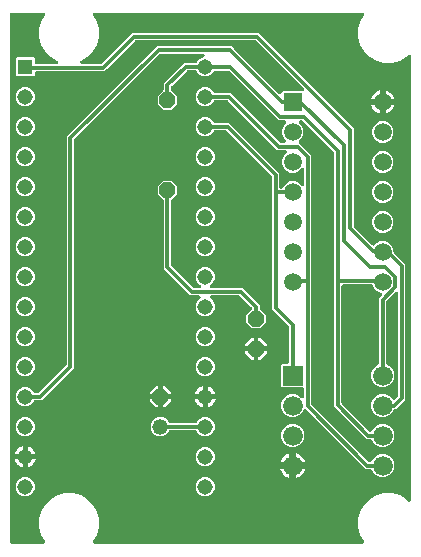
<source format=gbr>
G04 EAGLE Gerber X2 export*
G75*
%MOMM*%
%FSLAX34Y34*%
%LPD*%
%AMOC8*
5,1,8,0,0,1.08239X$1,22.5*%
G01*
%ADD10P,1.429621X8X112.500000*%
%ADD11C,1.320800*%
%ADD12P,1.429621X8X292.500000*%
%ADD13R,1.498600X1.498600*%
%ADD14C,1.498600*%
%ADD15R,1.676400X1.676400*%
%ADD16C,1.676400*%
%ADD17R,1.308000X1.308000*%
%ADD18C,1.308000*%
%ADD19C,0.304800*%

G36*
X38658Y10169D02*
X38658Y10169D01*
X38733Y10168D01*
X38830Y10189D01*
X38929Y10201D01*
X39000Y10226D01*
X39074Y10242D01*
X39163Y10285D01*
X39257Y10318D01*
X39321Y10359D01*
X39389Y10392D01*
X39466Y10453D01*
X39550Y10507D01*
X39602Y10562D01*
X39661Y10609D01*
X39723Y10686D01*
X39792Y10758D01*
X39831Y10823D01*
X39878Y10882D01*
X39920Y10972D01*
X39971Y11057D01*
X39994Y11129D01*
X40026Y11198D01*
X40047Y11295D01*
X40077Y11389D01*
X40083Y11464D01*
X40099Y11538D01*
X40097Y11638D01*
X40105Y11736D01*
X40094Y11811D01*
X40092Y11887D01*
X40068Y11983D01*
X40053Y12081D01*
X40025Y12151D01*
X40007Y12225D01*
X39942Y12361D01*
X39924Y12405D01*
X39914Y12420D01*
X39902Y12446D01*
X36794Y17828D01*
X35079Y24228D01*
X35079Y30852D01*
X36794Y37252D01*
X40106Y42989D01*
X44791Y47674D01*
X50528Y50986D01*
X56928Y52701D01*
X63552Y52701D01*
X69952Y50986D01*
X75689Y47674D01*
X80374Y42989D01*
X83686Y37252D01*
X85401Y30852D01*
X85401Y24228D01*
X83686Y17828D01*
X80578Y12446D01*
X80548Y12376D01*
X80509Y12311D01*
X80479Y12217D01*
X80440Y12126D01*
X80426Y12051D01*
X80403Y11979D01*
X80395Y11880D01*
X80377Y11783D01*
X80381Y11707D01*
X80375Y11632D01*
X80390Y11534D01*
X80395Y11435D01*
X80416Y11362D01*
X80427Y11287D01*
X80463Y11195D01*
X80491Y11100D01*
X80528Y11034D01*
X80556Y10963D01*
X80612Y10882D01*
X80660Y10795D01*
X80711Y10739D01*
X80755Y10677D01*
X80828Y10611D01*
X80895Y10537D01*
X80957Y10494D01*
X81013Y10444D01*
X81100Y10396D01*
X81182Y10339D01*
X81252Y10312D01*
X81318Y10275D01*
X81414Y10248D01*
X81506Y10212D01*
X81581Y10201D01*
X81654Y10180D01*
X81804Y10168D01*
X81851Y10161D01*
X81869Y10163D01*
X81898Y10161D01*
X308582Y10161D01*
X308658Y10169D01*
X308733Y10168D01*
X308830Y10189D01*
X308929Y10201D01*
X309000Y10226D01*
X309074Y10242D01*
X309163Y10285D01*
X309257Y10318D01*
X309321Y10359D01*
X309389Y10392D01*
X309466Y10453D01*
X309550Y10507D01*
X309602Y10562D01*
X309661Y10609D01*
X309723Y10686D01*
X309792Y10758D01*
X309831Y10823D01*
X309878Y10882D01*
X309920Y10972D01*
X309971Y11057D01*
X309994Y11129D01*
X310026Y11198D01*
X310047Y11295D01*
X310077Y11389D01*
X310083Y11464D01*
X310099Y11538D01*
X310097Y11638D01*
X310105Y11736D01*
X310094Y11811D01*
X310092Y11887D01*
X310068Y11983D01*
X310053Y12081D01*
X310025Y12151D01*
X310007Y12225D01*
X309942Y12361D01*
X309924Y12405D01*
X309914Y12420D01*
X309902Y12446D01*
X306794Y17828D01*
X305079Y24228D01*
X305079Y30852D01*
X306794Y37252D01*
X310106Y42989D01*
X314791Y47674D01*
X320528Y50986D01*
X326928Y52701D01*
X333552Y52701D01*
X339952Y50986D01*
X345689Y47674D01*
X347239Y46124D01*
X347318Y46061D01*
X347390Y45992D01*
X347454Y45953D01*
X347512Y45907D01*
X347603Y45864D01*
X347689Y45813D01*
X347760Y45790D01*
X347827Y45758D01*
X347925Y45737D01*
X348021Y45706D01*
X348095Y45700D01*
X348168Y45685D01*
X348268Y45687D01*
X348368Y45678D01*
X348442Y45690D01*
X348516Y45691D01*
X348613Y45715D01*
X348713Y45730D01*
X348782Y45758D01*
X348854Y45776D01*
X348943Y45822D01*
X349037Y45859D01*
X349098Y45901D01*
X349164Y45935D01*
X349240Y46001D01*
X349323Y46058D01*
X349373Y46113D01*
X349429Y46161D01*
X349489Y46242D01*
X349556Y46317D01*
X349592Y46382D01*
X349637Y46442D01*
X349676Y46534D01*
X349725Y46622D01*
X349745Y46693D01*
X349775Y46762D01*
X349792Y46860D01*
X349820Y46957D01*
X349828Y47057D01*
X349836Y47105D01*
X349834Y47140D01*
X349839Y47201D01*
X349839Y422799D01*
X349828Y422899D01*
X349826Y422999D01*
X349808Y423072D01*
X349799Y423145D01*
X349766Y423240D01*
X349741Y423337D01*
X349707Y423403D01*
X349682Y423473D01*
X349627Y423558D01*
X349581Y423647D01*
X349533Y423704D01*
X349493Y423766D01*
X349421Y423836D01*
X349356Y423913D01*
X349296Y423957D01*
X349242Y424008D01*
X349156Y424060D01*
X349075Y424120D01*
X349007Y424149D01*
X348943Y424187D01*
X348847Y424218D01*
X348755Y424258D01*
X348682Y424271D01*
X348611Y424294D01*
X348511Y424302D01*
X348412Y424319D01*
X348338Y424316D01*
X348264Y424322D01*
X348164Y424307D01*
X348064Y424301D01*
X347993Y424281D01*
X347919Y424270D01*
X347826Y424233D01*
X347729Y424205D01*
X347664Y424169D01*
X347595Y424141D01*
X347513Y424084D01*
X347425Y424035D01*
X347349Y423970D01*
X347309Y423942D01*
X347285Y423916D01*
X347239Y423876D01*
X345689Y422326D01*
X339952Y419014D01*
X333552Y417299D01*
X326928Y417299D01*
X320528Y419014D01*
X314791Y422326D01*
X310106Y427011D01*
X306794Y432748D01*
X305079Y439148D01*
X305079Y445772D01*
X306794Y452172D01*
X309902Y457554D01*
X309932Y457624D01*
X309971Y457689D01*
X310001Y457783D01*
X310040Y457874D01*
X310054Y457949D01*
X310077Y458021D01*
X310085Y458120D01*
X310103Y458217D01*
X310099Y458293D01*
X310105Y458368D01*
X310090Y458466D01*
X310085Y458565D01*
X310064Y458638D01*
X310053Y458713D01*
X310017Y458805D01*
X309989Y458900D01*
X309952Y458966D01*
X309924Y459037D01*
X309868Y459118D01*
X309820Y459205D01*
X309769Y459261D01*
X309725Y459323D01*
X309652Y459389D01*
X309585Y459463D01*
X309523Y459506D01*
X309467Y459556D01*
X309380Y459604D01*
X309298Y459661D01*
X309228Y459688D01*
X309162Y459725D01*
X309066Y459752D01*
X308974Y459788D01*
X308899Y459799D01*
X308826Y459820D01*
X308676Y459832D01*
X308629Y459839D01*
X308611Y459837D01*
X308582Y459839D01*
X81898Y459839D01*
X81822Y459831D01*
X81747Y459832D01*
X81650Y459811D01*
X81551Y459799D01*
X81480Y459774D01*
X81406Y459758D01*
X81317Y459715D01*
X81223Y459682D01*
X81159Y459641D01*
X81091Y459608D01*
X81014Y459547D01*
X80930Y459493D01*
X80878Y459438D01*
X80819Y459391D01*
X80757Y459314D01*
X80688Y459242D01*
X80649Y459177D01*
X80602Y459118D01*
X80560Y459028D01*
X80509Y458943D01*
X80486Y458871D01*
X80454Y458802D01*
X80433Y458705D01*
X80403Y458611D01*
X80397Y458536D01*
X80381Y458462D01*
X80383Y458362D01*
X80375Y458264D01*
X80386Y458189D01*
X80388Y458113D01*
X80412Y458017D01*
X80427Y457919D01*
X80455Y457849D01*
X80473Y457775D01*
X80538Y457639D01*
X80556Y457595D01*
X80566Y457580D01*
X80578Y457554D01*
X83686Y452172D01*
X85401Y445772D01*
X85401Y439148D01*
X83686Y432748D01*
X80374Y427011D01*
X75689Y422326D01*
X70286Y419207D01*
X70186Y419133D01*
X70081Y419065D01*
X70046Y419029D01*
X70006Y419000D01*
X69926Y418904D01*
X69839Y418814D01*
X69813Y418772D01*
X69781Y418734D01*
X69724Y418622D01*
X69660Y418515D01*
X69645Y418468D01*
X69622Y418424D01*
X69592Y418302D01*
X69554Y418183D01*
X69550Y418134D01*
X69538Y418085D01*
X69536Y417960D01*
X69526Y417836D01*
X69533Y417787D01*
X69532Y417737D01*
X69559Y417615D01*
X69577Y417491D01*
X69596Y417445D01*
X69606Y417396D01*
X69660Y417284D01*
X69706Y417167D01*
X69734Y417127D01*
X69756Y417082D01*
X69834Y416984D01*
X69905Y416881D01*
X69942Y416848D01*
X69973Y416809D01*
X70071Y416731D01*
X70164Y416648D01*
X70207Y416624D01*
X70246Y416593D01*
X70359Y416540D01*
X70469Y416479D01*
X70517Y416466D01*
X70562Y416444D01*
X70684Y416418D01*
X70804Y416384D01*
X70867Y416379D01*
X70902Y416372D01*
X70950Y416373D01*
X71048Y416365D01*
X86922Y416365D01*
X87048Y416379D01*
X87174Y416386D01*
X87220Y416399D01*
X87268Y416405D01*
X87387Y416447D01*
X87509Y416482D01*
X87551Y416506D01*
X87597Y416522D01*
X87703Y416591D01*
X87813Y416652D01*
X87859Y416692D01*
X87889Y416711D01*
X87923Y416746D01*
X87999Y416811D01*
X111505Y440317D01*
X113737Y442549D01*
X220543Y442549D01*
X301149Y361943D01*
X301149Y279102D01*
X301163Y278976D01*
X301170Y278850D01*
X301183Y278804D01*
X301189Y278756D01*
X301231Y278637D01*
X301266Y278515D01*
X301290Y278473D01*
X301306Y278427D01*
X301375Y278321D01*
X301436Y278211D01*
X301476Y278165D01*
X301495Y278135D01*
X301530Y278101D01*
X301595Y278025D01*
X316552Y263067D01*
X316573Y263051D01*
X316590Y263031D01*
X316709Y262943D01*
X316825Y262851D01*
X316849Y262840D01*
X316870Y262824D01*
X317006Y262765D01*
X317140Y262702D01*
X317166Y262696D01*
X317190Y262686D01*
X317336Y262660D01*
X317481Y262628D01*
X317507Y262629D01*
X317533Y262624D01*
X317682Y262632D01*
X317829Y262634D01*
X317855Y262641D01*
X317881Y262642D01*
X318024Y262683D01*
X318167Y262719D01*
X318191Y262731D01*
X318216Y262739D01*
X318345Y262811D01*
X318477Y262879D01*
X318497Y262896D01*
X318520Y262909D01*
X318706Y263067D01*
X320492Y264853D01*
X323806Y266226D01*
X327394Y266226D01*
X330708Y264853D01*
X333245Y262316D01*
X334618Y259002D01*
X334618Y257533D01*
X334632Y257407D01*
X334639Y257281D01*
X334652Y257235D01*
X334658Y257187D01*
X334700Y257068D01*
X334735Y256946D01*
X334759Y256904D01*
X334775Y256858D01*
X334844Y256752D01*
X334905Y256642D01*
X334945Y256596D01*
X334964Y256566D01*
X334999Y256532D01*
X335064Y256456D01*
X344778Y246742D01*
X344778Y132186D01*
X336703Y124111D01*
X336078Y124111D01*
X336002Y124103D01*
X335926Y124104D01*
X335829Y124083D01*
X335732Y124071D01*
X335660Y124046D01*
X335585Y124029D01*
X335496Y123987D01*
X335404Y123954D01*
X335339Y123912D01*
X335270Y123880D01*
X335194Y123818D01*
X335111Y123765D01*
X335058Y123710D01*
X334998Y123662D01*
X334937Y123585D01*
X334869Y123514D01*
X334829Y123449D01*
X334782Y123389D01*
X334714Y123256D01*
X334690Y123215D01*
X334684Y123197D01*
X334671Y123171D01*
X333999Y121548D01*
X331212Y118761D01*
X327571Y117253D01*
X323629Y117253D01*
X319988Y118761D01*
X317201Y121548D01*
X315693Y125189D01*
X315693Y129131D01*
X317201Y132772D01*
X319988Y135559D01*
X323629Y137067D01*
X327571Y137067D01*
X331212Y135559D01*
X334044Y132726D01*
X334071Y132674D01*
X334087Y132656D01*
X334098Y132635D01*
X334176Y132549D01*
X334184Y132537D01*
X334198Y132525D01*
X334199Y132523D01*
X334297Y132409D01*
X334316Y132394D01*
X334332Y132377D01*
X334456Y132291D01*
X334577Y132202D01*
X334599Y132192D01*
X334619Y132178D01*
X334759Y132123D01*
X334897Y132064D01*
X334921Y132059D01*
X334943Y132051D01*
X335092Y132029D01*
X335240Y132002D01*
X335264Y132003D01*
X335288Y132000D01*
X335438Y132012D01*
X335588Y132020D01*
X335611Y132027D01*
X335635Y132029D01*
X335779Y132075D01*
X335923Y132116D01*
X335944Y132128D01*
X335967Y132136D01*
X336096Y132213D01*
X336227Y132287D01*
X336249Y132305D01*
X336266Y132315D01*
X336299Y132348D01*
X336311Y132358D01*
X336325Y132367D01*
X336341Y132384D01*
X336414Y132445D01*
X338234Y134266D01*
X338313Y134365D01*
X338397Y134459D01*
X338421Y134501D01*
X338451Y134539D01*
X338505Y134653D01*
X338566Y134764D01*
X338579Y134810D01*
X338600Y134854D01*
X338626Y134977D01*
X338661Y135099D01*
X338666Y135160D01*
X338673Y135195D01*
X338672Y135243D01*
X338680Y135343D01*
X338680Y221992D01*
X338669Y222092D01*
X338667Y222192D01*
X338649Y222264D01*
X338640Y222338D01*
X338607Y222433D01*
X338582Y222530D01*
X338548Y222596D01*
X338523Y222666D01*
X338468Y222751D01*
X338422Y222840D01*
X338374Y222897D01*
X338334Y222959D01*
X338262Y223029D01*
X338197Y223105D01*
X338137Y223150D01*
X338083Y223201D01*
X337997Y223253D01*
X337916Y223313D01*
X337848Y223342D01*
X337784Y223380D01*
X337688Y223411D01*
X337596Y223451D01*
X337523Y223464D01*
X337452Y223486D01*
X337352Y223494D01*
X337253Y223512D01*
X337179Y223508D01*
X337105Y223514D01*
X337005Y223499D01*
X336905Y223494D01*
X336834Y223474D01*
X336760Y223463D01*
X336667Y223426D01*
X336570Y223398D01*
X336505Y223361D01*
X336436Y223334D01*
X336354Y223277D01*
X336266Y223228D01*
X336190Y223162D01*
X336150Y223135D01*
X336126Y223109D01*
X336080Y223069D01*
X329095Y216084D01*
X329016Y215985D01*
X328932Y215891D01*
X328908Y215849D01*
X328878Y215811D01*
X328824Y215697D01*
X328763Y215586D01*
X328750Y215540D01*
X328729Y215496D01*
X328703Y215373D01*
X328668Y215251D01*
X328663Y215190D01*
X328656Y215155D01*
X328657Y215107D01*
X328649Y215007D01*
X328649Y163038D01*
X328657Y162962D01*
X328656Y162886D01*
X328677Y162789D01*
X328689Y162692D01*
X328714Y162620D01*
X328731Y162545D01*
X328773Y162456D01*
X328806Y162364D01*
X328848Y162299D01*
X328880Y162230D01*
X328942Y162154D01*
X328995Y162071D01*
X329050Y162018D01*
X329098Y161958D01*
X329175Y161897D01*
X329246Y161829D01*
X329311Y161789D01*
X329371Y161742D01*
X329504Y161674D01*
X329545Y161650D01*
X329563Y161644D01*
X329589Y161631D01*
X331212Y160959D01*
X333999Y158172D01*
X335507Y154531D01*
X335507Y150589D01*
X333999Y146948D01*
X331212Y144161D01*
X327571Y142653D01*
X323629Y142653D01*
X319988Y144161D01*
X317201Y146948D01*
X315693Y150589D01*
X315693Y154531D01*
X317201Y158172D01*
X319988Y160959D01*
X321611Y161631D01*
X321678Y161668D01*
X321749Y161696D01*
X321830Y161752D01*
X321916Y161800D01*
X321972Y161851D01*
X322035Y161895D01*
X322101Y161968D01*
X322174Y162034D01*
X322217Y162097D01*
X322268Y162154D01*
X322316Y162240D01*
X322372Y162321D01*
X322400Y162392D01*
X322437Y162459D01*
X322464Y162554D01*
X322500Y162645D01*
X322511Y162721D01*
X322532Y162794D01*
X322544Y162943D01*
X322551Y162990D01*
X322549Y163009D01*
X322551Y163038D01*
X322551Y218164D01*
X324578Y220191D01*
X324672Y220308D01*
X324769Y220423D01*
X324780Y220445D01*
X324795Y220464D01*
X324859Y220600D01*
X324928Y220733D01*
X324934Y220757D01*
X324944Y220779D01*
X324976Y220926D01*
X325012Y221072D01*
X325012Y221096D01*
X325017Y221120D01*
X325015Y221269D01*
X325017Y221420D01*
X325012Y221444D01*
X325011Y221468D01*
X324975Y221614D01*
X324943Y221761D01*
X324932Y221782D01*
X324926Y221806D01*
X324858Y221939D01*
X324793Y222075D01*
X324778Y222094D01*
X324767Y222116D01*
X324669Y222230D01*
X324576Y222348D01*
X324557Y222363D01*
X324541Y222381D01*
X324420Y222470D01*
X324302Y222564D01*
X324276Y222577D01*
X324261Y222588D01*
X324217Y222607D01*
X324084Y222675D01*
X320492Y224163D01*
X317955Y226700D01*
X317077Y228819D01*
X317040Y228886D01*
X317012Y228957D01*
X316956Y229038D01*
X316908Y229124D01*
X316857Y229180D01*
X316813Y229243D01*
X316740Y229309D01*
X316674Y229382D01*
X316611Y229425D01*
X316554Y229476D01*
X316468Y229524D01*
X316387Y229580D01*
X316316Y229608D01*
X316249Y229645D01*
X316155Y229672D01*
X316063Y229708D01*
X315988Y229719D01*
X315914Y229740D01*
X315765Y229752D01*
X315718Y229759D01*
X315699Y229757D01*
X315670Y229759D01*
X292272Y229759D01*
X292246Y229756D01*
X292220Y229758D01*
X292073Y229736D01*
X291926Y229719D01*
X291901Y229711D01*
X291875Y229707D01*
X291737Y229652D01*
X291598Y229602D01*
X291576Y229588D01*
X291551Y229578D01*
X291430Y229493D01*
X291305Y229413D01*
X291287Y229394D01*
X291265Y229379D01*
X291166Y229269D01*
X291063Y229162D01*
X291049Y229140D01*
X291032Y229120D01*
X290960Y228990D01*
X290884Y228863D01*
X290876Y228838D01*
X290863Y228815D01*
X290823Y228672D01*
X290778Y228531D01*
X290776Y228505D01*
X290768Y228480D01*
X290749Y228236D01*
X290749Y129354D01*
X290763Y129228D01*
X290770Y129102D01*
X290783Y129056D01*
X290789Y129008D01*
X290831Y128889D01*
X290866Y128767D01*
X290890Y128725D01*
X290906Y128679D01*
X290975Y128573D01*
X291036Y128463D01*
X291076Y128417D01*
X291095Y128387D01*
X291130Y128353D01*
X291195Y128277D01*
X314095Y105376D01*
X314213Y105283D01*
X314328Y105186D01*
X314349Y105175D01*
X314368Y105160D01*
X314504Y105096D01*
X314638Y105027D01*
X314662Y105021D01*
X314683Y105011D01*
X314830Y104979D01*
X314976Y104943D01*
X315000Y104943D01*
X315024Y104937D01*
X315174Y104940D01*
X315325Y104938D01*
X315348Y104943D01*
X315373Y104943D01*
X315518Y104980D01*
X315665Y105012D01*
X315687Y105022D01*
X315711Y105028D01*
X315844Y105097D01*
X315980Y105162D01*
X315999Y105177D01*
X316020Y105188D01*
X316135Y105286D01*
X316252Y105379D01*
X316267Y105398D01*
X316286Y105414D01*
X316375Y105535D01*
X316468Y105653D01*
X316482Y105679D01*
X316493Y105694D01*
X316512Y105737D01*
X316580Y105871D01*
X317201Y107372D01*
X319988Y110159D01*
X323629Y111667D01*
X327571Y111667D01*
X331212Y110159D01*
X333999Y107372D01*
X335507Y103731D01*
X335507Y99789D01*
X333999Y96148D01*
X331212Y93361D01*
X327571Y91853D01*
X323629Y91853D01*
X319988Y93361D01*
X317201Y96148D01*
X316529Y97771D01*
X316492Y97838D01*
X316464Y97909D01*
X316408Y97990D01*
X316360Y98076D01*
X316309Y98132D01*
X316265Y98195D01*
X316192Y98261D01*
X316126Y98334D01*
X316063Y98377D01*
X316006Y98428D01*
X315920Y98476D01*
X315839Y98532D01*
X315768Y98560D01*
X315701Y98597D01*
X315606Y98624D01*
X315515Y98660D01*
X315439Y98671D01*
X315366Y98692D01*
X315217Y98704D01*
X315170Y98711D01*
X315151Y98709D01*
X315122Y98711D01*
X312137Y98711D01*
X284651Y126197D01*
X284651Y341006D01*
X284637Y341132D01*
X284630Y341258D01*
X284617Y341304D01*
X284611Y341352D01*
X284569Y341471D01*
X284534Y341593D01*
X284510Y341635D01*
X284494Y341681D01*
X284425Y341787D01*
X284364Y341897D01*
X284324Y341943D01*
X284305Y341973D01*
X284270Y342007D01*
X284205Y342083D01*
X258181Y368107D01*
X258082Y368186D01*
X257988Y368270D01*
X257946Y368294D01*
X257908Y368324D01*
X257794Y368378D01*
X257683Y368439D01*
X257637Y368452D01*
X257593Y368473D01*
X257470Y368499D01*
X257348Y368534D01*
X257287Y368539D01*
X257252Y368546D01*
X257204Y368545D01*
X257104Y368553D01*
X256085Y368553D01*
X255985Y368542D01*
X255885Y368540D01*
X255813Y368522D01*
X255739Y368513D01*
X255644Y368480D01*
X255547Y368455D01*
X255481Y368421D01*
X255411Y368396D01*
X255326Y368341D01*
X255237Y368295D01*
X255181Y368247D01*
X255118Y368207D01*
X255048Y368135D01*
X254972Y368070D01*
X254928Y368010D01*
X254876Y367956D01*
X254824Y367870D01*
X254765Y367789D01*
X254735Y367721D01*
X254697Y367657D01*
X254666Y367561D01*
X254627Y367469D01*
X254613Y367396D01*
X254591Y367325D01*
X254583Y367225D01*
X254565Y367126D01*
X254569Y367052D01*
X254563Y366978D01*
X254578Y366878D01*
X254583Y366778D01*
X254603Y366707D01*
X254614Y366633D01*
X254652Y366540D01*
X254679Y366443D01*
X254716Y366378D01*
X254743Y366309D01*
X254800Y366227D01*
X254850Y366139D01*
X254915Y366063D01*
X254942Y366023D01*
X254969Y365999D01*
X255008Y365953D01*
X257045Y363916D01*
X258418Y360602D01*
X258418Y357014D01*
X257045Y353700D01*
X254965Y351620D01*
X254949Y351600D01*
X254929Y351583D01*
X254841Y351464D01*
X254749Y351347D01*
X254738Y351324D01*
X254722Y351303D01*
X254663Y351166D01*
X254600Y351032D01*
X254594Y351007D01*
X254584Y350983D01*
X254558Y350836D01*
X254526Y350692D01*
X254527Y350665D01*
X254522Y350640D01*
X254530Y350491D01*
X254532Y350343D01*
X254539Y350318D01*
X254540Y350291D01*
X254581Y350149D01*
X254617Y350005D01*
X254629Y349982D01*
X254637Y349957D01*
X254709Y349827D01*
X254777Y349695D01*
X254794Y349675D01*
X254807Y349652D01*
X254965Y349466D01*
X257159Y347273D01*
X265349Y339083D01*
X265349Y128374D01*
X265363Y128248D01*
X265370Y128122D01*
X265383Y128076D01*
X265389Y128028D01*
X265431Y127909D01*
X265466Y127787D01*
X265490Y127745D01*
X265506Y127699D01*
X265575Y127593D01*
X265636Y127483D01*
X265676Y127437D01*
X265695Y127407D01*
X265730Y127373D01*
X265795Y127297D01*
X313237Y79855D01*
X313336Y79776D01*
X313430Y79692D01*
X313472Y79668D01*
X313510Y79638D01*
X313624Y79584D01*
X313735Y79523D01*
X313781Y79510D01*
X313825Y79489D01*
X313948Y79463D01*
X314070Y79428D01*
X314131Y79423D01*
X314166Y79416D01*
X314214Y79417D01*
X314314Y79409D01*
X315122Y79409D01*
X315198Y79417D01*
X315274Y79416D01*
X315371Y79437D01*
X315468Y79449D01*
X315540Y79474D01*
X315615Y79491D01*
X315704Y79533D01*
X315796Y79566D01*
X315861Y79608D01*
X315930Y79640D01*
X316006Y79702D01*
X316089Y79755D01*
X316142Y79810D01*
X316202Y79858D01*
X316263Y79935D01*
X316331Y80006D01*
X316371Y80071D01*
X316418Y80131D01*
X316486Y80264D01*
X316510Y80305D01*
X316516Y80323D01*
X316529Y80349D01*
X317201Y81972D01*
X319988Y84759D01*
X323629Y86267D01*
X327571Y86267D01*
X331212Y84759D01*
X333999Y81972D01*
X335507Y78331D01*
X335507Y74389D01*
X333999Y70748D01*
X331212Y67961D01*
X327571Y66453D01*
X323629Y66453D01*
X319988Y67961D01*
X317201Y70748D01*
X316529Y72371D01*
X316492Y72438D01*
X316464Y72509D01*
X316408Y72590D01*
X316360Y72676D01*
X316309Y72732D01*
X316265Y72795D01*
X316192Y72861D01*
X316126Y72934D01*
X316063Y72977D01*
X316006Y73028D01*
X315920Y73076D01*
X315839Y73132D01*
X315768Y73160D01*
X315701Y73197D01*
X315606Y73224D01*
X315515Y73260D01*
X315439Y73271D01*
X315366Y73292D01*
X315217Y73304D01*
X315170Y73311D01*
X315151Y73309D01*
X315122Y73311D01*
X311157Y73311D01*
X261483Y122985D01*
X260911Y123558D01*
X260793Y123651D01*
X260678Y123748D01*
X260657Y123759D01*
X260638Y123774D01*
X260501Y123839D01*
X260368Y123907D01*
X260344Y123913D01*
X260323Y123923D01*
X260176Y123955D01*
X260030Y123991D01*
X260005Y123992D01*
X259982Y123997D01*
X259832Y123994D01*
X259681Y123996D01*
X259657Y123991D01*
X259633Y123991D01*
X259488Y123954D01*
X259341Y123922D01*
X259319Y123912D01*
X259295Y123906D01*
X259161Y123837D01*
X259026Y123772D01*
X259007Y123757D01*
X258986Y123746D01*
X258871Y123648D01*
X258754Y123555D01*
X258739Y123536D01*
X258720Y123520D01*
X258631Y123399D01*
X258538Y123281D01*
X258524Y123255D01*
X258513Y123240D01*
X258494Y123197D01*
X258426Y123064D01*
X257799Y121548D01*
X255012Y118761D01*
X251371Y117253D01*
X247429Y117253D01*
X243788Y118761D01*
X241001Y121548D01*
X239493Y125189D01*
X239493Y129131D01*
X241001Y132772D01*
X243788Y135559D01*
X247429Y137067D01*
X251371Y137067D01*
X255012Y135559D01*
X256651Y133919D01*
X256730Y133857D01*
X256802Y133787D01*
X256866Y133749D01*
X256924Y133703D01*
X257015Y133660D01*
X257101Y133608D01*
X257172Y133586D01*
X257239Y133554D01*
X257337Y133533D01*
X257433Y133502D01*
X257507Y133496D01*
X257580Y133480D01*
X257680Y133482D01*
X257780Y133474D01*
X257854Y133485D01*
X257928Y133486D01*
X258025Y133511D01*
X258125Y133526D01*
X258194Y133553D01*
X258266Y133571D01*
X258355Y133617D01*
X258449Y133654D01*
X258510Y133697D01*
X258576Y133731D01*
X258652Y133796D01*
X258735Y133853D01*
X258785Y133909D01*
X258841Y133957D01*
X258901Y134038D01*
X258968Y134112D01*
X259004Y134177D01*
X259049Y134237D01*
X259088Y134329D01*
X259137Y134417D01*
X259157Y134489D01*
X259187Y134557D01*
X259204Y134656D01*
X259232Y134753D01*
X259240Y134853D01*
X259248Y134900D01*
X259246Y134936D01*
X259251Y134996D01*
X259251Y141130D01*
X259248Y141156D01*
X259250Y141182D01*
X259228Y141329D01*
X259211Y141476D01*
X259203Y141501D01*
X259199Y141527D01*
X259144Y141665D01*
X259094Y141804D01*
X259080Y141826D01*
X259070Y141851D01*
X258985Y141972D01*
X258905Y142097D01*
X258886Y142115D01*
X258871Y142137D01*
X258761Y142236D01*
X258654Y142339D01*
X258632Y142353D01*
X258612Y142370D01*
X258482Y142442D01*
X258355Y142518D01*
X258330Y142526D01*
X258307Y142539D01*
X258164Y142579D01*
X258023Y142624D01*
X257997Y142626D01*
X257972Y142634D01*
X257728Y142653D01*
X240386Y142653D01*
X239493Y143546D01*
X239493Y161574D01*
X240386Y162467D01*
X244828Y162467D01*
X244854Y162470D01*
X244880Y162468D01*
X245027Y162490D01*
X245174Y162507D01*
X245199Y162515D01*
X245225Y162519D01*
X245363Y162574D01*
X245502Y162624D01*
X245524Y162638D01*
X245549Y162648D01*
X245670Y162733D01*
X245795Y162813D01*
X245813Y162832D01*
X245835Y162847D01*
X245934Y162957D01*
X246037Y163064D01*
X246051Y163086D01*
X246068Y163106D01*
X246140Y163236D01*
X246216Y163363D01*
X246224Y163388D01*
X246237Y163411D01*
X246277Y163554D01*
X246322Y163695D01*
X246324Y163721D01*
X246332Y163746D01*
X246351Y163990D01*
X246351Y193686D01*
X246337Y193812D01*
X246330Y193938D01*
X246317Y193984D01*
X246311Y194032D01*
X246269Y194151D01*
X246234Y194273D01*
X246210Y194315D01*
X246194Y194361D01*
X246125Y194467D01*
X246064Y194577D01*
X246024Y194623D01*
X246005Y194653D01*
X245970Y194687D01*
X245905Y194763D01*
X231951Y208717D01*
X231951Y320686D01*
X231937Y320812D01*
X231930Y320938D01*
X231917Y320984D01*
X231911Y321032D01*
X231869Y321151D01*
X231834Y321273D01*
X231810Y321315D01*
X231794Y321361D01*
X231725Y321467D01*
X231664Y321577D01*
X231624Y321623D01*
X231605Y321653D01*
X231570Y321687D01*
X231505Y321763D01*
X193463Y359805D01*
X193364Y359884D01*
X193270Y359968D01*
X193228Y359992D01*
X193190Y360022D01*
X193076Y360076D01*
X192965Y360137D01*
X192919Y360150D01*
X192875Y360171D01*
X192752Y360197D01*
X192630Y360232D01*
X192569Y360237D01*
X192534Y360244D01*
X192486Y360243D01*
X192386Y360251D01*
X183984Y360251D01*
X183908Y360243D01*
X183832Y360244D01*
X183736Y360223D01*
X183638Y360211D01*
X183566Y360186D01*
X183491Y360169D01*
X183403Y360127D01*
X183310Y360094D01*
X183246Y360052D01*
X183177Y360020D01*
X183100Y359958D01*
X183017Y359905D01*
X182964Y359850D01*
X182904Y359802D01*
X182843Y359725D01*
X182775Y359654D01*
X182736Y359589D01*
X182688Y359529D01*
X182620Y359396D01*
X182596Y359355D01*
X182590Y359337D01*
X182577Y359311D01*
X182337Y358732D01*
X180068Y356463D01*
X177104Y355235D01*
X173896Y355235D01*
X170932Y356463D01*
X168663Y358732D01*
X167435Y361696D01*
X167435Y364904D01*
X168663Y367868D01*
X170932Y370137D01*
X173896Y371365D01*
X177104Y371365D01*
X180068Y370137D01*
X182337Y367868D01*
X182577Y367289D01*
X182614Y367222D01*
X182642Y367151D01*
X182698Y367070D01*
X182746Y366984D01*
X182798Y366928D01*
X182841Y366865D01*
X182914Y366799D01*
X182980Y366726D01*
X183043Y366683D01*
X183100Y366632D01*
X183186Y366584D01*
X183267Y366528D01*
X183338Y366500D01*
X183405Y366463D01*
X183500Y366436D01*
X183591Y366400D01*
X183667Y366389D01*
X183740Y366368D01*
X183889Y366356D01*
X183936Y366349D01*
X183955Y366351D01*
X183984Y366349D01*
X195543Y366349D01*
X238049Y323843D01*
X238049Y312380D01*
X238052Y312354D01*
X238050Y312328D01*
X238072Y312181D01*
X238089Y312034D01*
X238097Y312009D01*
X238101Y311983D01*
X238156Y311845D01*
X238206Y311706D01*
X238220Y311684D01*
X238230Y311659D01*
X238315Y311538D01*
X238395Y311413D01*
X238414Y311395D01*
X238429Y311373D01*
X238539Y311274D01*
X238646Y311171D01*
X238668Y311157D01*
X238688Y311140D01*
X238818Y311068D01*
X238945Y310992D01*
X238970Y310984D01*
X238993Y310971D01*
X239136Y310931D01*
X239277Y310886D01*
X239303Y310884D01*
X239328Y310876D01*
X239572Y310857D01*
X239801Y310857D01*
X239877Y310865D01*
X239954Y310864D01*
X240050Y310885D01*
X240148Y310897D01*
X240220Y310922D01*
X240294Y310939D01*
X240383Y310981D01*
X240476Y311014D01*
X240540Y311056D01*
X240609Y311088D01*
X240686Y311150D01*
X240769Y311203D01*
X240822Y311258D01*
X240881Y311306D01*
X240942Y311383D01*
X241011Y311454D01*
X241050Y311519D01*
X241097Y311579D01*
X241165Y311712D01*
X241190Y311753D01*
X241195Y311771D01*
X241209Y311797D01*
X241755Y313116D01*
X244292Y315653D01*
X247606Y317026D01*
X251194Y317026D01*
X254508Y315653D01*
X256651Y313510D01*
X256729Y313448D01*
X256802Y313378D01*
X256866Y313340D01*
X256924Y313293D01*
X257015Y313251D01*
X257101Y313199D01*
X257172Y313176D01*
X257239Y313145D01*
X257337Y313123D01*
X257433Y313093D01*
X257507Y313087D01*
X257580Y313071D01*
X257680Y313073D01*
X257780Y313065D01*
X257854Y313076D01*
X257928Y313077D01*
X258025Y313102D01*
X258125Y313116D01*
X258194Y313144D01*
X258266Y313162D01*
X258355Y313208D01*
X258449Y313245D01*
X258510Y313288D01*
X258576Y313322D01*
X258652Y313387D01*
X258735Y313444D01*
X258785Y313499D01*
X258841Y313548D01*
X258901Y313628D01*
X258968Y313703D01*
X259004Y313768D01*
X259049Y313828D01*
X259088Y313920D01*
X259137Y314008D01*
X259157Y314080D01*
X259187Y314148D01*
X259204Y314247D01*
X259232Y314343D01*
X259240Y314443D01*
X259248Y314491D01*
X259246Y314527D01*
X259251Y314587D01*
X259251Y326829D01*
X259240Y326929D01*
X259238Y327029D01*
X259220Y327101D01*
X259211Y327175D01*
X259178Y327270D01*
X259153Y327367D01*
X259119Y327433D01*
X259094Y327503D01*
X259039Y327588D01*
X258993Y327677D01*
X258945Y327733D01*
X258905Y327796D01*
X258833Y327866D01*
X258768Y327942D01*
X258708Y327986D01*
X258654Y328038D01*
X258568Y328090D01*
X258487Y328149D01*
X258419Y328179D01*
X258355Y328217D01*
X258259Y328248D01*
X258167Y328287D01*
X258094Y328301D01*
X258023Y328323D01*
X257923Y328331D01*
X257824Y328349D01*
X257750Y328345D01*
X257676Y328351D01*
X257576Y328336D01*
X257476Y328331D01*
X257405Y328311D01*
X257331Y328300D01*
X257238Y328262D01*
X257141Y328235D01*
X257076Y328198D01*
X257007Y328171D01*
X256925Y328114D01*
X256837Y328064D01*
X256761Y327999D01*
X256721Y327972D01*
X256697Y327945D01*
X256651Y327906D01*
X254508Y325763D01*
X251194Y324390D01*
X247606Y324390D01*
X244292Y325763D01*
X241755Y328300D01*
X240382Y331614D01*
X240382Y335202D01*
X241755Y338516D01*
X244046Y340807D01*
X244108Y340885D01*
X244178Y340958D01*
X244216Y341022D01*
X244263Y341080D01*
X244305Y341171D01*
X244357Y341257D01*
X244380Y341328D01*
X244411Y341395D01*
X244433Y341493D01*
X244463Y341589D01*
X244469Y341663D01*
X244485Y341736D01*
X244483Y341836D01*
X244491Y341936D01*
X244480Y342010D01*
X244479Y342084D01*
X244454Y342181D01*
X244440Y342281D01*
X244412Y342350D01*
X244394Y342422D01*
X244348Y342511D01*
X244311Y342605D01*
X244268Y342666D01*
X244234Y342732D01*
X244169Y342808D01*
X244112Y342891D01*
X244057Y342941D01*
X244008Y342997D01*
X243928Y343057D01*
X243853Y343124D01*
X243788Y343160D01*
X243728Y343205D01*
X243636Y343244D01*
X243548Y343293D01*
X243476Y343313D01*
X243408Y343343D01*
X243309Y343360D01*
X243213Y343388D01*
X243113Y343396D01*
X243065Y343404D01*
X243029Y343402D01*
X242969Y343407D01*
X236561Y343407D01*
X194763Y385205D01*
X194664Y385284D01*
X194570Y385368D01*
X194528Y385392D01*
X194490Y385422D01*
X194376Y385476D01*
X194265Y385537D01*
X194219Y385550D01*
X194175Y385571D01*
X194052Y385597D01*
X193930Y385632D01*
X193869Y385637D01*
X193834Y385644D01*
X193786Y385643D01*
X193686Y385651D01*
X183984Y385651D01*
X183908Y385643D01*
X183832Y385644D01*
X183736Y385623D01*
X183638Y385611D01*
X183566Y385586D01*
X183491Y385569D01*
X183403Y385527D01*
X183310Y385494D01*
X183246Y385452D01*
X183177Y385420D01*
X183100Y385358D01*
X183017Y385305D01*
X182964Y385250D01*
X182904Y385202D01*
X182843Y385125D01*
X182775Y385054D01*
X182736Y384989D01*
X182688Y384929D01*
X182620Y384796D01*
X182596Y384755D01*
X182590Y384737D01*
X182577Y384711D01*
X182337Y384132D01*
X180068Y381863D01*
X177104Y380635D01*
X173896Y380635D01*
X170932Y381863D01*
X168663Y384132D01*
X167435Y387096D01*
X167435Y390304D01*
X168663Y393268D01*
X170932Y395537D01*
X173896Y396765D01*
X177104Y396765D01*
X180068Y395537D01*
X182337Y393268D01*
X182577Y392689D01*
X182614Y392622D01*
X182642Y392551D01*
X182698Y392470D01*
X182746Y392384D01*
X182798Y392328D01*
X182841Y392265D01*
X182914Y392199D01*
X182980Y392126D01*
X183043Y392083D01*
X183100Y392032D01*
X183186Y391984D01*
X183267Y391928D01*
X183338Y391900D01*
X183405Y391863D01*
X183500Y391836D01*
X183591Y391800D01*
X183667Y391789D01*
X183740Y391768D01*
X183889Y391756D01*
X183936Y391749D01*
X183955Y391751D01*
X183984Y391749D01*
X196843Y391749D01*
X238641Y349951D01*
X238740Y349872D01*
X238834Y349788D01*
X238876Y349764D01*
X238914Y349734D01*
X239028Y349680D01*
X239139Y349619D01*
X239185Y349606D01*
X239229Y349585D01*
X239352Y349559D01*
X239474Y349524D01*
X239535Y349519D01*
X239570Y349512D01*
X239618Y349513D01*
X239718Y349505D01*
X242273Y349505D01*
X242373Y349516D01*
X242473Y349518D01*
X242545Y349536D01*
X242619Y349545D01*
X242714Y349578D01*
X242811Y349603D01*
X242877Y349637D01*
X242947Y349662D01*
X243032Y349717D01*
X243121Y349763D01*
X243177Y349811D01*
X243240Y349851D01*
X243310Y349923D01*
X243386Y349988D01*
X243430Y350048D01*
X243482Y350102D01*
X243534Y350188D01*
X243593Y350269D01*
X243623Y350337D01*
X243661Y350401D01*
X243692Y350497D01*
X243731Y350589D01*
X243745Y350662D01*
X243767Y350733D01*
X243775Y350833D01*
X243793Y350932D01*
X243789Y351006D01*
X243795Y351080D01*
X243780Y351180D01*
X243775Y351280D01*
X243755Y351351D01*
X243744Y351425D01*
X243706Y351518D01*
X243679Y351615D01*
X243642Y351680D01*
X243615Y351749D01*
X243558Y351831D01*
X243508Y351919D01*
X243443Y351995D01*
X243416Y352035D01*
X243389Y352059D01*
X243350Y352105D01*
X241755Y353700D01*
X240382Y357014D01*
X240382Y360602D01*
X241755Y363916D01*
X243792Y365953D01*
X243854Y366031D01*
X243924Y366104D01*
X243962Y366168D01*
X244009Y366226D01*
X244051Y366317D01*
X244103Y366403D01*
X244126Y366474D01*
X244157Y366541D01*
X244179Y366639D01*
X244209Y366735D01*
X244215Y366809D01*
X244231Y366882D01*
X244229Y366982D01*
X244237Y367082D01*
X244226Y367156D01*
X244225Y367230D01*
X244200Y367327D01*
X244186Y367427D01*
X244158Y367496D01*
X244140Y367568D01*
X244094Y367657D01*
X244057Y367751D01*
X244014Y367812D01*
X243980Y367878D01*
X243915Y367954D01*
X243858Y368037D01*
X243803Y368087D01*
X243754Y368143D01*
X243674Y368203D01*
X243599Y368270D01*
X243534Y368306D01*
X243474Y368351D01*
X243382Y368390D01*
X243294Y368439D01*
X243222Y368459D01*
X243154Y368489D01*
X243055Y368506D01*
X242959Y368534D01*
X242859Y368542D01*
X242811Y368550D01*
X242775Y368548D01*
X242715Y368553D01*
X237497Y368553D01*
X195779Y410271D01*
X195680Y410350D01*
X195586Y410434D01*
X195544Y410458D01*
X195506Y410488D01*
X195392Y410542D01*
X195281Y410603D01*
X195235Y410616D01*
X195191Y410637D01*
X195068Y410663D01*
X194946Y410698D01*
X194885Y410703D01*
X194850Y410710D01*
X194802Y410709D01*
X194702Y410717D01*
X183846Y410717D01*
X183770Y410709D01*
X183693Y410710D01*
X183597Y410689D01*
X183500Y410677D01*
X183428Y410652D01*
X183353Y410635D01*
X183264Y410593D01*
X183172Y410560D01*
X183107Y410518D01*
X183038Y410486D01*
X182961Y410424D01*
X182879Y410371D01*
X182826Y410316D01*
X182766Y410268D01*
X182705Y410191D01*
X182637Y410120D01*
X182597Y410055D01*
X182550Y409995D01*
X182482Y409862D01*
X182458Y409821D01*
X182452Y409803D01*
X182439Y409777D01*
X182337Y409532D01*
X180068Y407263D01*
X177104Y406035D01*
X173896Y406035D01*
X170932Y407263D01*
X168663Y409532D01*
X168423Y410111D01*
X168386Y410178D01*
X168358Y410249D01*
X168302Y410330D01*
X168254Y410416D01*
X168202Y410472D01*
X168159Y410535D01*
X168086Y410601D01*
X168020Y410674D01*
X167957Y410717D01*
X167900Y410768D01*
X167814Y410816D01*
X167733Y410872D01*
X167662Y410900D01*
X167595Y410937D01*
X167500Y410964D01*
X167409Y411000D01*
X167333Y411011D01*
X167260Y411032D01*
X167111Y411044D01*
X167064Y411051D01*
X167045Y411049D01*
X167016Y411051D01*
X160978Y411051D01*
X160852Y411037D01*
X160726Y411030D01*
X160680Y411017D01*
X160632Y411011D01*
X160513Y410969D01*
X160391Y410934D01*
X160349Y410910D01*
X160303Y410894D01*
X160197Y410825D01*
X160087Y410764D01*
X160041Y410724D01*
X160011Y410705D01*
X159977Y410670D01*
X159901Y410605D01*
X146911Y397615D01*
X146832Y397516D01*
X146748Y397422D01*
X146724Y397380D01*
X146694Y397342D01*
X146640Y397228D01*
X146579Y397117D01*
X146566Y397071D01*
X146545Y397027D01*
X146519Y396904D01*
X146484Y396782D01*
X146479Y396721D01*
X146472Y396686D01*
X146473Y396638D01*
X146465Y396538D01*
X146465Y394810D01*
X146479Y394684D01*
X146486Y394558D01*
X146499Y394512D01*
X146505Y394464D01*
X146547Y394345D01*
X146582Y394223D01*
X146606Y394181D01*
X146622Y394136D01*
X146691Y394029D01*
X146752Y393919D01*
X146792Y393873D01*
X146811Y393843D01*
X146846Y393809D01*
X146911Y393733D01*
X151545Y389099D01*
X151545Y382365D01*
X146783Y377603D01*
X140049Y377603D01*
X135287Y382365D01*
X135287Y389099D01*
X139921Y393733D01*
X140000Y393832D01*
X140084Y393926D01*
X140108Y393968D01*
X140138Y394006D01*
X140192Y394120D01*
X140253Y394231D01*
X140266Y394277D01*
X140287Y394321D01*
X140313Y394444D01*
X140348Y394566D01*
X140353Y394627D01*
X140360Y394662D01*
X140359Y394710D01*
X140367Y394810D01*
X140367Y399695D01*
X157821Y417149D01*
X167016Y417149D01*
X167092Y417157D01*
X167168Y417156D01*
X167264Y417177D01*
X167362Y417189D01*
X167434Y417214D01*
X167509Y417231D01*
X167597Y417273D01*
X167690Y417306D01*
X167754Y417348D01*
X167823Y417380D01*
X167900Y417442D01*
X167983Y417495D01*
X168036Y417550D01*
X168096Y417598D01*
X168157Y417675D01*
X168225Y417746D01*
X168264Y417811D01*
X168312Y417871D01*
X168380Y418004D01*
X168404Y418045D01*
X168410Y418063D01*
X168423Y418089D01*
X168663Y418668D01*
X170932Y420937D01*
X174029Y422220D01*
X174073Y422244D01*
X174120Y422261D01*
X174225Y422329D01*
X174333Y422389D01*
X174371Y422423D01*
X174413Y422450D01*
X174499Y422540D01*
X174591Y422623D01*
X174620Y422665D01*
X174655Y422701D01*
X174719Y422808D01*
X174790Y422910D01*
X174808Y422957D01*
X174834Y423000D01*
X174872Y423118D01*
X174917Y423234D01*
X174925Y423284D01*
X174940Y423332D01*
X174950Y423456D01*
X174968Y423579D01*
X174964Y423629D01*
X174968Y423679D01*
X174950Y423802D01*
X174939Y423926D01*
X174924Y423974D01*
X174916Y424024D01*
X174871Y424139D01*
X174832Y424258D01*
X174806Y424301D01*
X174788Y424348D01*
X174717Y424450D01*
X174653Y424556D01*
X174617Y424593D01*
X174589Y424634D01*
X174497Y424717D01*
X174410Y424806D01*
X174367Y424834D01*
X174330Y424867D01*
X174221Y424928D01*
X174116Y424995D01*
X174069Y425012D01*
X174025Y425036D01*
X173905Y425070D01*
X173788Y425111D01*
X173738Y425117D01*
X173690Y425131D01*
X173446Y425150D01*
X137895Y425150D01*
X137769Y425136D01*
X137643Y425129D01*
X137597Y425116D01*
X137549Y425110D01*
X137430Y425068D01*
X137308Y425033D01*
X137266Y425009D01*
X137220Y424993D01*
X137114Y424924D01*
X137004Y424863D01*
X136958Y424823D01*
X136928Y424804D01*
X136894Y424769D01*
X136818Y424704D01*
X64695Y352581D01*
X64616Y352482D01*
X64532Y352388D01*
X64508Y352346D01*
X64478Y352308D01*
X64424Y352194D01*
X64363Y352083D01*
X64350Y352037D01*
X64329Y351993D01*
X64303Y351870D01*
X64268Y351748D01*
X64263Y351687D01*
X64256Y351653D01*
X64257Y351605D01*
X64249Y351504D01*
X64249Y158837D01*
X37063Y131651D01*
X31584Y131651D01*
X31508Y131643D01*
X31432Y131644D01*
X31336Y131623D01*
X31238Y131611D01*
X31166Y131586D01*
X31091Y131569D01*
X31003Y131527D01*
X30910Y131494D01*
X30846Y131452D01*
X30777Y131420D01*
X30700Y131358D01*
X30617Y131305D01*
X30564Y131250D01*
X30504Y131202D01*
X30443Y131125D01*
X30375Y131054D01*
X30336Y130989D01*
X30288Y130929D01*
X30220Y130796D01*
X30196Y130755D01*
X30190Y130737D01*
X30177Y130711D01*
X29937Y130132D01*
X27668Y127863D01*
X24704Y126635D01*
X21496Y126635D01*
X18532Y127863D01*
X16263Y130132D01*
X15035Y133096D01*
X15035Y136304D01*
X16263Y139268D01*
X18532Y141537D01*
X21496Y142765D01*
X24704Y142765D01*
X27668Y141537D01*
X29937Y139268D01*
X30177Y138689D01*
X30214Y138622D01*
X30242Y138551D01*
X30298Y138470D01*
X30346Y138384D01*
X30398Y138328D01*
X30441Y138265D01*
X30514Y138199D01*
X30580Y138126D01*
X30643Y138083D01*
X30700Y138032D01*
X30786Y137984D01*
X30867Y137928D01*
X30938Y137900D01*
X31005Y137863D01*
X31100Y137836D01*
X31191Y137800D01*
X31267Y137789D01*
X31340Y137768D01*
X31489Y137756D01*
X31536Y137749D01*
X31555Y137751D01*
X31584Y137749D01*
X33906Y137749D01*
X34032Y137763D01*
X34158Y137770D01*
X34204Y137783D01*
X34252Y137789D01*
X34371Y137831D01*
X34493Y137866D01*
X34535Y137890D01*
X34581Y137906D01*
X34687Y137975D01*
X34797Y138036D01*
X34843Y138076D01*
X34873Y138095D01*
X34907Y138130D01*
X34983Y138195D01*
X57705Y160917D01*
X57784Y161016D01*
X57868Y161110D01*
X57892Y161152D01*
X57922Y161190D01*
X57976Y161304D01*
X58037Y161415D01*
X58050Y161461D01*
X58071Y161505D01*
X58097Y161628D01*
X58132Y161750D01*
X58137Y161811D01*
X58144Y161846D01*
X58143Y161894D01*
X58151Y161994D01*
X58151Y354661D01*
X60383Y356893D01*
X132506Y429016D01*
X134738Y431248D01*
X197859Y431248D01*
X200091Y429016D01*
X237782Y391325D01*
X237860Y391262D01*
X237933Y391192D01*
X237997Y391154D01*
X238055Y391108D01*
X238146Y391065D01*
X238232Y391014D01*
X238303Y390991D01*
X238370Y390959D01*
X238468Y390938D01*
X238564Y390907D01*
X238638Y390901D01*
X238711Y390886D01*
X238811Y390887D01*
X238911Y390879D01*
X238985Y390890D01*
X239059Y390892D01*
X239156Y390916D01*
X239256Y390931D01*
X239325Y390959D01*
X239397Y390977D01*
X239487Y391023D01*
X239580Y391060D01*
X239641Y391102D01*
X239707Y391136D01*
X239784Y391202D01*
X239866Y391259D01*
X239916Y391314D01*
X239972Y391362D01*
X240032Y391443D01*
X240099Y391518D01*
X240135Y391583D01*
X240180Y391642D01*
X240219Y391735D01*
X240268Y391823D01*
X240288Y391894D01*
X240318Y391963D01*
X240335Y392061D01*
X240363Y392158D01*
X240371Y392258D01*
X240379Y392306D01*
X240378Y392328D01*
X241275Y393226D01*
X257565Y393226D01*
X257665Y393237D01*
X257765Y393239D01*
X257838Y393257D01*
X257911Y393266D01*
X258006Y393299D01*
X258103Y393324D01*
X258170Y393358D01*
X258240Y393383D01*
X258324Y393438D01*
X258413Y393484D01*
X258470Y393532D01*
X258532Y393572D01*
X258602Y393644D01*
X258679Y393709D01*
X258723Y393769D01*
X258775Y393823D01*
X258826Y393909D01*
X258886Y393990D01*
X258915Y394058D01*
X258953Y394122D01*
X258984Y394218D01*
X259024Y394310D01*
X259037Y394383D01*
X259060Y394454D01*
X259068Y394554D01*
X259085Y394653D01*
X259082Y394727D01*
X259088Y394801D01*
X259073Y394901D01*
X259068Y395001D01*
X259047Y395072D01*
X259036Y395146D01*
X258999Y395239D01*
X258971Y395336D01*
X258935Y395401D01*
X258907Y395470D01*
X258850Y395552D01*
X258801Y395640D01*
X258736Y395716D01*
X258708Y395756D01*
X258682Y395780D01*
X258642Y395826D01*
X218463Y436005D01*
X218364Y436084D01*
X218270Y436168D01*
X218228Y436192D01*
X218190Y436222D01*
X218076Y436276D01*
X217965Y436337D01*
X217919Y436350D01*
X217875Y436371D01*
X217752Y436397D01*
X217630Y436432D01*
X217569Y436437D01*
X217534Y436444D01*
X217486Y436443D01*
X217386Y436451D01*
X116894Y436451D01*
X116768Y436437D01*
X116642Y436430D01*
X116596Y436417D01*
X116548Y436411D01*
X116429Y436369D01*
X116307Y436334D01*
X116265Y436310D01*
X116219Y436294D01*
X116113Y436225D01*
X116003Y436164D01*
X115957Y436124D01*
X115927Y436105D01*
X115893Y436070D01*
X115817Y436005D01*
X92311Y412499D01*
X90079Y410267D01*
X32688Y410267D01*
X32662Y410264D01*
X32636Y410266D01*
X32489Y410244D01*
X32342Y410227D01*
X32317Y410219D01*
X32291Y410215D01*
X32153Y410160D01*
X32014Y410110D01*
X31992Y410096D01*
X31967Y410086D01*
X31846Y410001D01*
X31721Y409921D01*
X31703Y409902D01*
X31681Y409887D01*
X31582Y409777D01*
X31479Y409670D01*
X31465Y409648D01*
X31448Y409628D01*
X31376Y409498D01*
X31300Y409371D01*
X31292Y409346D01*
X31279Y409323D01*
X31239Y409180D01*
X31194Y409039D01*
X31192Y409013D01*
X31184Y408988D01*
X31165Y408744D01*
X31165Y406928D01*
X30272Y406035D01*
X15928Y406035D01*
X15035Y406928D01*
X15035Y421272D01*
X15928Y422165D01*
X30272Y422165D01*
X31165Y421272D01*
X31165Y417888D01*
X31168Y417862D01*
X31166Y417836D01*
X31188Y417689D01*
X31205Y417542D01*
X31213Y417517D01*
X31217Y417491D01*
X31272Y417353D01*
X31322Y417214D01*
X31336Y417192D01*
X31346Y417167D01*
X31431Y417046D01*
X31511Y416921D01*
X31530Y416903D01*
X31545Y416881D01*
X31655Y416782D01*
X31762Y416679D01*
X31784Y416665D01*
X31804Y416648D01*
X31934Y416576D01*
X32061Y416500D01*
X32086Y416492D01*
X32109Y416479D01*
X32252Y416439D01*
X32393Y416394D01*
X32419Y416392D01*
X32444Y416384D01*
X32688Y416365D01*
X49432Y416365D01*
X49556Y416379D01*
X49681Y416385D01*
X49729Y416399D01*
X49778Y416405D01*
X49896Y416447D01*
X50016Y416481D01*
X50060Y416505D01*
X50106Y416522D01*
X50211Y416590D01*
X50321Y416651D01*
X50357Y416684D01*
X50399Y416711D01*
X50486Y416801D01*
X50579Y416885D01*
X50607Y416926D01*
X50641Y416962D01*
X50706Y417069D01*
X50777Y417172D01*
X50795Y417218D01*
X50820Y417261D01*
X50858Y417380D01*
X50904Y417496D01*
X50911Y417545D01*
X50926Y417593D01*
X50936Y417717D01*
X50955Y417841D01*
X50950Y417891D01*
X50954Y417940D01*
X50936Y418064D01*
X50925Y418188D01*
X50910Y418236D01*
X50903Y418285D01*
X50857Y418401D01*
X50818Y418520D01*
X50792Y418563D01*
X50774Y418609D01*
X50703Y418711D01*
X50638Y418819D01*
X50603Y418854D01*
X50575Y418895D01*
X50482Y418978D01*
X50395Y419068D01*
X50343Y419104D01*
X50316Y419128D01*
X50275Y419151D01*
X50194Y419207D01*
X44791Y422326D01*
X40106Y427011D01*
X36794Y432748D01*
X35079Y439148D01*
X35079Y445772D01*
X36794Y452172D01*
X39902Y457554D01*
X39932Y457624D01*
X39971Y457689D01*
X40001Y457783D01*
X40040Y457874D01*
X40054Y457949D01*
X40077Y458021D01*
X40085Y458120D01*
X40103Y458217D01*
X40099Y458293D01*
X40105Y458368D01*
X40090Y458466D01*
X40085Y458565D01*
X40064Y458638D01*
X40053Y458713D01*
X40017Y458805D01*
X39989Y458900D01*
X39952Y458966D01*
X39924Y459037D01*
X39868Y459118D01*
X39820Y459205D01*
X39769Y459261D01*
X39725Y459323D01*
X39652Y459389D01*
X39585Y459463D01*
X39523Y459506D01*
X39467Y459556D01*
X39380Y459604D01*
X39298Y459661D01*
X39228Y459688D01*
X39162Y459725D01*
X39066Y459752D01*
X38974Y459788D01*
X38899Y459799D01*
X38826Y459820D01*
X38676Y459832D01*
X38629Y459839D01*
X38611Y459837D01*
X38582Y459839D01*
X11684Y459839D01*
X11658Y459836D01*
X11632Y459838D01*
X11485Y459816D01*
X11338Y459799D01*
X11313Y459791D01*
X11287Y459787D01*
X11149Y459732D01*
X11010Y459682D01*
X10988Y459668D01*
X10963Y459658D01*
X10842Y459573D01*
X10717Y459493D01*
X10699Y459474D01*
X10677Y459459D01*
X10578Y459349D01*
X10475Y459242D01*
X10461Y459220D01*
X10444Y459200D01*
X10372Y459070D01*
X10296Y458943D01*
X10288Y458918D01*
X10275Y458895D01*
X10235Y458752D01*
X10190Y458611D01*
X10188Y458585D01*
X10180Y458560D01*
X10161Y458316D01*
X10161Y11684D01*
X10164Y11658D01*
X10162Y11632D01*
X10184Y11485D01*
X10201Y11338D01*
X10209Y11313D01*
X10213Y11287D01*
X10268Y11149D01*
X10318Y11010D01*
X10332Y10988D01*
X10342Y10963D01*
X10427Y10842D01*
X10507Y10717D01*
X10526Y10699D01*
X10541Y10677D01*
X10651Y10578D01*
X10758Y10475D01*
X10780Y10461D01*
X10800Y10444D01*
X10930Y10372D01*
X11057Y10296D01*
X11082Y10288D01*
X11105Y10275D01*
X11248Y10235D01*
X11389Y10190D01*
X11415Y10188D01*
X11440Y10180D01*
X11684Y10161D01*
X38582Y10161D01*
X38658Y10169D01*
G37*
%LPC*%
G36*
X215073Y192531D02*
X215073Y192531D01*
X210311Y197293D01*
X210311Y204027D01*
X214539Y208255D01*
X214556Y208276D01*
X214576Y208293D01*
X214664Y208412D01*
X214756Y208528D01*
X214767Y208552D01*
X214783Y208573D01*
X214841Y208709D01*
X214905Y208843D01*
X214910Y208869D01*
X214921Y208893D01*
X214947Y209039D01*
X214978Y209184D01*
X214978Y209210D01*
X214982Y209236D01*
X214975Y209384D01*
X214972Y209532D01*
X214966Y209558D01*
X214964Y209584D01*
X214923Y209726D01*
X214887Y209870D01*
X214875Y209894D01*
X214868Y209919D01*
X214796Y210048D01*
X214728Y210180D01*
X214711Y210200D01*
X214698Y210223D01*
X214539Y210409D01*
X204923Y220025D01*
X204824Y220104D01*
X204730Y220188D01*
X204688Y220212D01*
X204650Y220242D01*
X204536Y220296D01*
X204425Y220357D01*
X204379Y220370D01*
X204335Y220391D01*
X204212Y220417D01*
X204090Y220452D01*
X204029Y220457D01*
X203995Y220464D01*
X203947Y220463D01*
X203846Y220471D01*
X181011Y220471D01*
X180912Y220460D01*
X180811Y220458D01*
X180739Y220440D01*
X180665Y220431D01*
X180571Y220398D01*
X180473Y220373D01*
X180407Y220339D01*
X180337Y220314D01*
X180253Y220259D01*
X180163Y220213D01*
X180107Y220165D01*
X180044Y220125D01*
X179974Y220053D01*
X179898Y219988D01*
X179854Y219928D01*
X179802Y219874D01*
X179751Y219788D01*
X179691Y219707D01*
X179661Y219639D01*
X179623Y219575D01*
X179593Y219479D01*
X179553Y219387D01*
X179540Y219314D01*
X179517Y219243D01*
X179509Y219143D01*
X179491Y219044D01*
X179495Y218970D01*
X179489Y218896D01*
X179504Y218796D01*
X179509Y218696D01*
X179530Y218625D01*
X179541Y218551D01*
X179578Y218458D01*
X179606Y218361D01*
X179642Y218296D01*
X179669Y218227D01*
X179727Y218145D01*
X179776Y218057D01*
X179841Y217981D01*
X179868Y217941D01*
X179895Y217917D01*
X179934Y217871D01*
X182337Y215468D01*
X183565Y212504D01*
X183565Y209296D01*
X182337Y206332D01*
X180068Y204063D01*
X177104Y202835D01*
X173896Y202835D01*
X170932Y204063D01*
X168663Y206332D01*
X167435Y209296D01*
X167435Y212504D01*
X168663Y215468D01*
X171066Y217871D01*
X171128Y217949D01*
X171198Y218022D01*
X171236Y218086D01*
X171282Y218144D01*
X171325Y218235D01*
X171377Y218321D01*
X171399Y218392D01*
X171431Y218459D01*
X171452Y218557D01*
X171483Y218653D01*
X171489Y218727D01*
X171505Y218800D01*
X171503Y218900D01*
X171511Y219000D01*
X171500Y219074D01*
X171499Y219148D01*
X171474Y219245D01*
X171459Y219345D01*
X171432Y219414D01*
X171414Y219486D01*
X171368Y219575D01*
X171331Y219669D01*
X171288Y219730D01*
X171254Y219796D01*
X171189Y219872D01*
X171132Y219955D01*
X171076Y220005D01*
X171028Y220061D01*
X170947Y220121D01*
X170873Y220188D01*
X170808Y220224D01*
X170748Y220269D01*
X170656Y220308D01*
X170568Y220357D01*
X170496Y220377D01*
X170428Y220407D01*
X170329Y220424D01*
X170232Y220452D01*
X170132Y220460D01*
X170085Y220468D01*
X170049Y220466D01*
X169989Y220471D01*
X162821Y220471D01*
X140367Y242925D01*
X140367Y300454D01*
X140353Y300580D01*
X140346Y300706D01*
X140333Y300752D01*
X140327Y300800D01*
X140285Y300919D01*
X140250Y301041D01*
X140226Y301083D01*
X140210Y301128D01*
X140141Y301235D01*
X140080Y301345D01*
X140040Y301391D01*
X140021Y301421D01*
X139986Y301455D01*
X139921Y301531D01*
X135287Y306165D01*
X135287Y312899D01*
X140049Y317661D01*
X146783Y317661D01*
X151545Y312899D01*
X151545Y306165D01*
X146911Y301531D01*
X146832Y301432D01*
X146748Y301338D01*
X146724Y301296D01*
X146694Y301258D01*
X146640Y301144D01*
X146579Y301033D01*
X146566Y300987D01*
X146545Y300943D01*
X146519Y300820D01*
X146484Y300698D01*
X146479Y300637D01*
X146472Y300602D01*
X146473Y300554D01*
X146465Y300454D01*
X146465Y246082D01*
X146479Y245956D01*
X146486Y245830D01*
X146499Y245784D01*
X146505Y245736D01*
X146547Y245617D01*
X146582Y245495D01*
X146606Y245453D01*
X146622Y245407D01*
X146691Y245301D01*
X146752Y245191D01*
X146792Y245145D01*
X146811Y245115D01*
X146846Y245081D01*
X146911Y245005D01*
X164901Y227015D01*
X165000Y226936D01*
X165094Y226852D01*
X165136Y226828D01*
X165174Y226798D01*
X165288Y226744D01*
X165399Y226683D01*
X165445Y226670D01*
X165489Y226649D01*
X165612Y226623D01*
X165734Y226588D01*
X165795Y226583D01*
X165830Y226576D01*
X165878Y226577D01*
X165978Y226569D01*
X170261Y226569D01*
X170311Y226575D01*
X170362Y226572D01*
X170484Y226594D01*
X170608Y226609D01*
X170655Y226626D01*
X170705Y226635D01*
X170819Y226684D01*
X170936Y226726D01*
X170978Y226753D01*
X171024Y226774D01*
X171124Y226848D01*
X171228Y226915D01*
X171264Y226951D01*
X171304Y226982D01*
X171384Y227076D01*
X171471Y227166D01*
X171497Y227209D01*
X171529Y227248D01*
X171586Y227358D01*
X171650Y227465D01*
X171665Y227513D01*
X171688Y227558D01*
X171718Y227679D01*
X171756Y227797D01*
X171760Y227847D01*
X171772Y227896D01*
X171774Y228020D01*
X171784Y228144D01*
X171776Y228194D01*
X171777Y228245D01*
X171750Y228366D01*
X171732Y228489D01*
X171713Y228536D01*
X171703Y228585D01*
X171649Y228697D01*
X171603Y228813D01*
X171575Y228854D01*
X171553Y228900D01*
X171475Y228997D01*
X171404Y229099D01*
X171367Y229133D01*
X171335Y229172D01*
X171238Y229249D01*
X171146Y229332D01*
X171101Y229357D01*
X171062Y229388D01*
X170949Y229446D01*
X168663Y231732D01*
X167435Y234696D01*
X167435Y237904D01*
X168663Y240868D01*
X170932Y243137D01*
X173896Y244365D01*
X177104Y244365D01*
X180068Y243137D01*
X182337Y240868D01*
X183565Y237904D01*
X183565Y234696D01*
X182337Y231732D01*
X180061Y229456D01*
X179960Y229390D01*
X179851Y229330D01*
X179814Y229296D01*
X179772Y229269D01*
X179685Y229180D01*
X179593Y229096D01*
X179564Y229054D01*
X179529Y229018D01*
X179466Y228912D01*
X179395Y228809D01*
X179376Y228762D01*
X179350Y228719D01*
X179313Y228601D01*
X179267Y228485D01*
X179260Y228435D01*
X179244Y228387D01*
X179234Y228263D01*
X179216Y228140D01*
X179220Y228090D01*
X179216Y228040D01*
X179235Y227917D01*
X179245Y227793D01*
X179261Y227745D01*
X179268Y227695D01*
X179314Y227580D01*
X179352Y227461D01*
X179378Y227418D01*
X179397Y227371D01*
X179468Y227269D01*
X179532Y227163D01*
X179567Y227126D01*
X179596Y227085D01*
X179688Y227002D01*
X179774Y226913D01*
X179817Y226885D01*
X179854Y226852D01*
X179963Y226792D01*
X180068Y226724D01*
X180115Y226708D01*
X180159Y226683D01*
X180279Y226649D01*
X180396Y226608D01*
X180446Y226602D01*
X180495Y226588D01*
X180739Y226569D01*
X207003Y226569D01*
X209235Y224337D01*
X221489Y212083D01*
X221489Y209738D01*
X221503Y209612D01*
X221510Y209486D01*
X221523Y209440D01*
X221529Y209392D01*
X221571Y209273D01*
X221606Y209151D01*
X221630Y209109D01*
X221646Y209064D01*
X221715Y208957D01*
X221776Y208847D01*
X221816Y208801D01*
X221835Y208771D01*
X221870Y208737D01*
X221894Y208709D01*
X221900Y208700D01*
X221907Y208694D01*
X221935Y208661D01*
X226569Y204027D01*
X226569Y197293D01*
X221807Y192531D01*
X215073Y192531D01*
G37*
%LPD*%
%LPC*%
G36*
X135783Y101171D02*
X135783Y101171D01*
X132795Y102409D01*
X130509Y104695D01*
X129271Y107683D01*
X129271Y110917D01*
X130509Y113905D01*
X132795Y116191D01*
X135783Y117429D01*
X139017Y117429D01*
X142005Y116191D01*
X144291Y113905D01*
X144546Y113289D01*
X144583Y113222D01*
X144612Y113151D01*
X144668Y113071D01*
X144715Y112984D01*
X144767Y112928D01*
X144810Y112865D01*
X144883Y112799D01*
X144950Y112726D01*
X145013Y112683D01*
X145069Y112632D01*
X145155Y112584D01*
X145236Y112528D01*
X145307Y112500D01*
X145374Y112463D01*
X145469Y112436D01*
X145561Y112400D01*
X145636Y112389D01*
X145710Y112368D01*
X145859Y112356D01*
X145905Y112349D01*
X145924Y112351D01*
X145953Y112349D01*
X167016Y112349D01*
X167092Y112357D01*
X167168Y112356D01*
X167264Y112377D01*
X167362Y112389D01*
X167434Y112414D01*
X167509Y112431D01*
X167597Y112473D01*
X167690Y112506D01*
X167754Y112548D01*
X167823Y112580D01*
X167900Y112642D01*
X167983Y112695D01*
X168036Y112750D01*
X168096Y112798D01*
X168157Y112875D01*
X168225Y112946D01*
X168264Y113011D01*
X168312Y113071D01*
X168380Y113204D01*
X168404Y113245D01*
X168410Y113263D01*
X168423Y113289D01*
X168663Y113868D01*
X170932Y116137D01*
X173896Y117365D01*
X177104Y117365D01*
X180068Y116137D01*
X182337Y113868D01*
X183565Y110904D01*
X183565Y107696D01*
X182337Y104732D01*
X180068Y102463D01*
X177104Y101235D01*
X173896Y101235D01*
X170932Y102463D01*
X168663Y104732D01*
X168423Y105311D01*
X168386Y105378D01*
X168358Y105449D01*
X168302Y105530D01*
X168254Y105616D01*
X168202Y105672D01*
X168159Y105735D01*
X168086Y105801D01*
X168020Y105874D01*
X167957Y105917D01*
X167900Y105968D01*
X167814Y106016D01*
X167733Y106072D01*
X167662Y106100D01*
X167595Y106137D01*
X167500Y106164D01*
X167409Y106200D01*
X167333Y106211D01*
X167260Y106232D01*
X167111Y106244D01*
X167064Y106251D01*
X167045Y106249D01*
X167016Y106251D01*
X145953Y106251D01*
X145878Y106243D01*
X145801Y106244D01*
X145705Y106223D01*
X145607Y106211D01*
X145535Y106186D01*
X145461Y106169D01*
X145372Y106127D01*
X145279Y106094D01*
X145215Y106052D01*
X145146Y106020D01*
X145069Y105958D01*
X144986Y105905D01*
X144933Y105850D01*
X144873Y105802D01*
X144813Y105725D01*
X144744Y105654D01*
X144705Y105589D01*
X144658Y105529D01*
X144589Y105395D01*
X144565Y105355D01*
X144560Y105337D01*
X144546Y105311D01*
X144291Y104695D01*
X142005Y102409D01*
X139017Y101171D01*
X135783Y101171D01*
G37*
%LPD*%
%LPC*%
G36*
X247429Y91853D02*
X247429Y91853D01*
X243788Y93361D01*
X241001Y96148D01*
X239493Y99789D01*
X239493Y103731D01*
X241001Y107372D01*
X243788Y110159D01*
X247429Y111667D01*
X251371Y111667D01*
X255012Y110159D01*
X257799Y107372D01*
X259307Y103731D01*
X259307Y99789D01*
X257799Y96148D01*
X255012Y93361D01*
X251371Y91853D01*
X247429Y91853D01*
G37*
%LPD*%
%LPC*%
G36*
X323806Y298990D02*
X323806Y298990D01*
X320492Y300363D01*
X317955Y302900D01*
X316582Y306214D01*
X316582Y309802D01*
X317955Y313116D01*
X320492Y315653D01*
X323806Y317026D01*
X327394Y317026D01*
X330708Y315653D01*
X333245Y313116D01*
X334618Y309802D01*
X334618Y306214D01*
X333245Y302900D01*
X330708Y300363D01*
X327394Y298990D01*
X323806Y298990D01*
G37*
%LPD*%
%LPC*%
G36*
X323806Y324390D02*
X323806Y324390D01*
X320492Y325763D01*
X317955Y328300D01*
X316582Y331614D01*
X316582Y335202D01*
X317955Y338516D01*
X320492Y341053D01*
X323806Y342426D01*
X327394Y342426D01*
X330708Y341053D01*
X333245Y338516D01*
X334618Y335202D01*
X334618Y331614D01*
X333245Y328300D01*
X330708Y325763D01*
X327394Y324390D01*
X323806Y324390D01*
G37*
%LPD*%
%LPC*%
G36*
X323806Y273590D02*
X323806Y273590D01*
X320492Y274963D01*
X317955Y277500D01*
X316582Y280814D01*
X316582Y284402D01*
X317955Y287716D01*
X320492Y290253D01*
X323806Y291626D01*
X327394Y291626D01*
X330708Y290253D01*
X333245Y287716D01*
X334618Y284402D01*
X334618Y280814D01*
X333245Y277500D01*
X330708Y274963D01*
X327394Y273590D01*
X323806Y273590D01*
G37*
%LPD*%
%LPC*%
G36*
X323806Y349790D02*
X323806Y349790D01*
X320492Y351163D01*
X317955Y353700D01*
X316582Y357014D01*
X316582Y360602D01*
X317955Y363916D01*
X320492Y366453D01*
X323806Y367826D01*
X327394Y367826D01*
X330708Y366453D01*
X333245Y363916D01*
X334618Y360602D01*
X334618Y357014D01*
X333245Y353700D01*
X330708Y351163D01*
X327394Y349790D01*
X323806Y349790D01*
G37*
%LPD*%
%LPC*%
G36*
X21496Y380635D02*
X21496Y380635D01*
X18532Y381863D01*
X16263Y384132D01*
X15035Y387096D01*
X15035Y390304D01*
X16263Y393268D01*
X18532Y395537D01*
X21496Y396765D01*
X24704Y396765D01*
X27668Y395537D01*
X29937Y393268D01*
X31165Y390304D01*
X31165Y387096D01*
X29937Y384132D01*
X27668Y381863D01*
X24704Y380635D01*
X21496Y380635D01*
G37*
%LPD*%
%LPC*%
G36*
X173896Y152035D02*
X173896Y152035D01*
X170932Y153263D01*
X168663Y155532D01*
X167435Y158496D01*
X167435Y161704D01*
X168663Y164668D01*
X170932Y166937D01*
X173896Y168165D01*
X177104Y168165D01*
X180068Y166937D01*
X182337Y164668D01*
X183565Y161704D01*
X183565Y158496D01*
X182337Y155532D01*
X180068Y153263D01*
X177104Y152035D01*
X173896Y152035D01*
G37*
%LPD*%
%LPC*%
G36*
X21496Y101235D02*
X21496Y101235D01*
X18532Y102463D01*
X16263Y104732D01*
X15035Y107696D01*
X15035Y110904D01*
X16263Y113868D01*
X18532Y116137D01*
X21496Y117365D01*
X24704Y117365D01*
X27668Y116137D01*
X29937Y113868D01*
X31165Y110904D01*
X31165Y107696D01*
X29937Y104732D01*
X27668Y102463D01*
X24704Y101235D01*
X21496Y101235D01*
G37*
%LPD*%
%LPC*%
G36*
X173896Y75835D02*
X173896Y75835D01*
X170932Y77063D01*
X168663Y79332D01*
X167435Y82296D01*
X167435Y85504D01*
X168663Y88468D01*
X170932Y90737D01*
X173896Y91965D01*
X177104Y91965D01*
X180068Y90737D01*
X182337Y88468D01*
X183565Y85504D01*
X183565Y82296D01*
X182337Y79332D01*
X180068Y77063D01*
X177104Y75835D01*
X173896Y75835D01*
G37*
%LPD*%
%LPC*%
G36*
X21496Y50435D02*
X21496Y50435D01*
X18532Y51663D01*
X16263Y53932D01*
X15035Y56896D01*
X15035Y60104D01*
X16263Y63068D01*
X18532Y65337D01*
X21496Y66565D01*
X24704Y66565D01*
X27668Y65337D01*
X29937Y63068D01*
X31165Y60104D01*
X31165Y56896D01*
X29937Y53932D01*
X27668Y51663D01*
X24704Y50435D01*
X21496Y50435D01*
G37*
%LPD*%
%LPC*%
G36*
X21496Y355235D02*
X21496Y355235D01*
X18532Y356463D01*
X16263Y358732D01*
X15035Y361696D01*
X15035Y364904D01*
X16263Y367868D01*
X18532Y370137D01*
X21496Y371365D01*
X24704Y371365D01*
X27668Y370137D01*
X29937Y367868D01*
X31165Y364904D01*
X31165Y361696D01*
X29937Y358732D01*
X27668Y356463D01*
X24704Y355235D01*
X21496Y355235D01*
G37*
%LPD*%
%LPC*%
G36*
X21496Y329835D02*
X21496Y329835D01*
X18532Y331063D01*
X16263Y333332D01*
X15035Y336296D01*
X15035Y339504D01*
X16263Y342468D01*
X18532Y344737D01*
X21496Y345965D01*
X24704Y345965D01*
X27668Y344737D01*
X29937Y342468D01*
X31165Y339504D01*
X31165Y336296D01*
X29937Y333332D01*
X27668Y331063D01*
X24704Y329835D01*
X21496Y329835D01*
G37*
%LPD*%
%LPC*%
G36*
X173896Y329835D02*
X173896Y329835D01*
X170932Y331063D01*
X168663Y333332D01*
X167435Y336296D01*
X167435Y339504D01*
X168663Y342468D01*
X170932Y344737D01*
X173896Y345965D01*
X177104Y345965D01*
X180068Y344737D01*
X182337Y342468D01*
X183565Y339504D01*
X183565Y336296D01*
X182337Y333332D01*
X180068Y331063D01*
X177104Y329835D01*
X173896Y329835D01*
G37*
%LPD*%
%LPC*%
G36*
X21496Y304435D02*
X21496Y304435D01*
X18532Y305663D01*
X16263Y307932D01*
X15035Y310896D01*
X15035Y314104D01*
X16263Y317068D01*
X18532Y319337D01*
X21496Y320565D01*
X24704Y320565D01*
X27668Y319337D01*
X29937Y317068D01*
X31165Y314104D01*
X31165Y310896D01*
X29937Y307932D01*
X27668Y305663D01*
X24704Y304435D01*
X21496Y304435D01*
G37*
%LPD*%
%LPC*%
G36*
X173896Y304435D02*
X173896Y304435D01*
X170932Y305663D01*
X168663Y307932D01*
X167435Y310896D01*
X167435Y314104D01*
X168663Y317068D01*
X170932Y319337D01*
X173896Y320565D01*
X177104Y320565D01*
X180068Y319337D01*
X182337Y317068D01*
X183565Y314104D01*
X183565Y310896D01*
X182337Y307932D01*
X180068Y305663D01*
X177104Y304435D01*
X173896Y304435D01*
G37*
%LPD*%
%LPC*%
G36*
X21496Y279035D02*
X21496Y279035D01*
X18532Y280263D01*
X16263Y282532D01*
X15035Y285496D01*
X15035Y288704D01*
X16263Y291668D01*
X18532Y293937D01*
X21496Y295165D01*
X24704Y295165D01*
X27668Y293937D01*
X29937Y291668D01*
X31165Y288704D01*
X31165Y285496D01*
X29937Y282532D01*
X27668Y280263D01*
X24704Y279035D01*
X21496Y279035D01*
G37*
%LPD*%
%LPC*%
G36*
X173896Y279035D02*
X173896Y279035D01*
X170932Y280263D01*
X168663Y282532D01*
X167435Y285496D01*
X167435Y288704D01*
X168663Y291668D01*
X170932Y293937D01*
X173896Y295165D01*
X177104Y295165D01*
X180068Y293937D01*
X182337Y291668D01*
X183565Y288704D01*
X183565Y285496D01*
X182337Y282532D01*
X180068Y280263D01*
X177104Y279035D01*
X173896Y279035D01*
G37*
%LPD*%
%LPC*%
G36*
X173896Y253635D02*
X173896Y253635D01*
X170932Y254863D01*
X168663Y257132D01*
X167435Y260096D01*
X167435Y263304D01*
X168663Y266268D01*
X170932Y268537D01*
X173896Y269765D01*
X177104Y269765D01*
X180068Y268537D01*
X182337Y266268D01*
X183565Y263304D01*
X183565Y260096D01*
X182337Y257132D01*
X180068Y254863D01*
X177104Y253635D01*
X173896Y253635D01*
G37*
%LPD*%
%LPC*%
G36*
X21496Y253635D02*
X21496Y253635D01*
X18532Y254863D01*
X16263Y257132D01*
X15035Y260096D01*
X15035Y263304D01*
X16263Y266268D01*
X18532Y268537D01*
X21496Y269765D01*
X24704Y269765D01*
X27668Y268537D01*
X29937Y266268D01*
X31165Y263304D01*
X31165Y260096D01*
X29937Y257132D01*
X27668Y254863D01*
X24704Y253635D01*
X21496Y253635D01*
G37*
%LPD*%
%LPC*%
G36*
X21496Y228235D02*
X21496Y228235D01*
X18532Y229463D01*
X16263Y231732D01*
X15035Y234696D01*
X15035Y237904D01*
X16263Y240868D01*
X18532Y243137D01*
X21496Y244365D01*
X24704Y244365D01*
X27668Y243137D01*
X29937Y240868D01*
X31165Y237904D01*
X31165Y234696D01*
X29937Y231732D01*
X27668Y229463D01*
X24704Y228235D01*
X21496Y228235D01*
G37*
%LPD*%
%LPC*%
G36*
X21496Y202835D02*
X21496Y202835D01*
X18532Y204063D01*
X16263Y206332D01*
X15035Y209296D01*
X15035Y212504D01*
X16263Y215468D01*
X18532Y217737D01*
X21496Y218965D01*
X24704Y218965D01*
X27668Y217737D01*
X29937Y215468D01*
X31165Y212504D01*
X31165Y209296D01*
X29937Y206332D01*
X27668Y204063D01*
X24704Y202835D01*
X21496Y202835D01*
G37*
%LPD*%
%LPC*%
G36*
X173896Y177435D02*
X173896Y177435D01*
X170932Y178663D01*
X168663Y180932D01*
X167435Y183896D01*
X167435Y187104D01*
X168663Y190068D01*
X170932Y192337D01*
X173896Y193565D01*
X177104Y193565D01*
X180068Y192337D01*
X182337Y190068D01*
X183565Y187104D01*
X183565Y183896D01*
X182337Y180932D01*
X180068Y178663D01*
X177104Y177435D01*
X173896Y177435D01*
G37*
%LPD*%
%LPC*%
G36*
X21496Y177435D02*
X21496Y177435D01*
X18532Y178663D01*
X16263Y180932D01*
X15035Y183896D01*
X15035Y187104D01*
X16263Y190068D01*
X18532Y192337D01*
X21496Y193565D01*
X24704Y193565D01*
X27668Y192337D01*
X29937Y190068D01*
X31165Y187104D01*
X31165Y183896D01*
X29937Y180932D01*
X27668Y178663D01*
X24704Y177435D01*
X21496Y177435D01*
G37*
%LPD*%
%LPC*%
G36*
X173896Y50435D02*
X173896Y50435D01*
X170932Y51663D01*
X168663Y53932D01*
X167435Y56896D01*
X167435Y60104D01*
X168663Y63068D01*
X170932Y65337D01*
X173896Y66565D01*
X177104Y66565D01*
X180068Y65337D01*
X182337Y63068D01*
X183565Y60104D01*
X183565Y56896D01*
X182337Y53932D01*
X180068Y51663D01*
X177104Y50435D01*
X173896Y50435D01*
G37*
%LPD*%
%LPC*%
G36*
X21496Y152035D02*
X21496Y152035D01*
X18532Y153263D01*
X16263Y155532D01*
X15035Y158496D01*
X15035Y161704D01*
X16263Y164668D01*
X18532Y166937D01*
X21496Y168165D01*
X24704Y168165D01*
X27668Y166937D01*
X29937Y164668D01*
X31165Y161704D01*
X31165Y158496D01*
X29937Y155532D01*
X27668Y153263D01*
X24704Y152035D01*
X21496Y152035D01*
G37*
%LPD*%
%LPC*%
G36*
X252193Y79153D02*
X252193Y79153D01*
X252193Y86937D01*
X253593Y86482D01*
X255125Y85702D01*
X256516Y84691D01*
X257731Y83476D01*
X258742Y82085D01*
X259522Y80553D01*
X259977Y79153D01*
X252193Y79153D01*
G37*
%LPD*%
%LPC*%
G36*
X252193Y73567D02*
X252193Y73567D01*
X259977Y73567D01*
X259522Y72167D01*
X258742Y70635D01*
X257731Y69244D01*
X256516Y68029D01*
X255125Y67018D01*
X253593Y66238D01*
X252193Y65783D01*
X252193Y73567D01*
G37*
%LPD*%
%LPC*%
G36*
X238823Y79153D02*
X238823Y79153D01*
X239278Y80553D01*
X240058Y82085D01*
X241069Y83476D01*
X242284Y84691D01*
X243675Y85702D01*
X245207Y86482D01*
X246607Y86937D01*
X246607Y79153D01*
X238823Y79153D01*
G37*
%LPD*%
%LPC*%
G36*
X245207Y66238D02*
X245207Y66238D01*
X243675Y67018D01*
X242284Y68029D01*
X241069Y69244D01*
X240058Y70635D01*
X239278Y72167D01*
X238823Y73567D01*
X246607Y73567D01*
X246607Y65783D01*
X245207Y66238D01*
G37*
%LPD*%
%LPC*%
G36*
X220471Y177291D02*
X220471Y177291D01*
X220471Y184405D01*
X222228Y184405D01*
X227585Y179048D01*
X227585Y177291D01*
X220471Y177291D01*
G37*
%LPD*%
%LPC*%
G36*
X139431Y136731D02*
X139431Y136731D01*
X139431Y143845D01*
X141188Y143845D01*
X146545Y138488D01*
X146545Y136731D01*
X139431Y136731D01*
G37*
%LPD*%
%LPC*%
G36*
X139431Y132669D02*
X139431Y132669D01*
X146545Y132669D01*
X146545Y130912D01*
X141188Y125555D01*
X139431Y125555D01*
X139431Y132669D01*
G37*
%LPD*%
%LPC*%
G36*
X220471Y173229D02*
X220471Y173229D01*
X227585Y173229D01*
X227585Y171472D01*
X222228Y166115D01*
X220471Y166115D01*
X220471Y173229D01*
G37*
%LPD*%
%LPC*%
G36*
X209295Y177291D02*
X209295Y177291D01*
X209295Y179048D01*
X214652Y184405D01*
X216409Y184405D01*
X216409Y177291D01*
X209295Y177291D01*
G37*
%LPD*%
%LPC*%
G36*
X128255Y136731D02*
X128255Y136731D01*
X128255Y138488D01*
X133612Y143845D01*
X135369Y143845D01*
X135369Y136731D01*
X128255Y136731D01*
G37*
%LPD*%
%LPC*%
G36*
X133612Y125555D02*
X133612Y125555D01*
X128255Y130912D01*
X128255Y132669D01*
X135369Y132669D01*
X135369Y125555D01*
X133612Y125555D01*
G37*
%LPD*%
%LPC*%
G36*
X214652Y166115D02*
X214652Y166115D01*
X209295Y171472D01*
X209295Y173229D01*
X216409Y173229D01*
X216409Y166115D01*
X214652Y166115D01*
G37*
%LPD*%
%LPC*%
G36*
X328076Y386684D02*
X328076Y386684D01*
X328076Y393954D01*
X329452Y393507D01*
X330859Y392790D01*
X332137Y391861D01*
X333253Y390745D01*
X334182Y389467D01*
X334899Y388060D01*
X335346Y386684D01*
X328076Y386684D01*
G37*
%LPD*%
%LPC*%
G36*
X315854Y386684D02*
X315854Y386684D01*
X316301Y388060D01*
X317018Y389467D01*
X317947Y390745D01*
X319063Y391861D01*
X320341Y392790D01*
X321748Y393507D01*
X323124Y393954D01*
X323124Y386684D01*
X315854Y386684D01*
G37*
%LPD*%
%LPC*%
G36*
X328076Y381732D02*
X328076Y381732D01*
X335346Y381732D01*
X334899Y380356D01*
X334182Y378949D01*
X333253Y377671D01*
X332137Y376555D01*
X330859Y375626D01*
X329452Y374909D01*
X328076Y374462D01*
X328076Y381732D01*
G37*
%LPD*%
%LPC*%
G36*
X321748Y374909D02*
X321748Y374909D01*
X320341Y375626D01*
X319063Y376555D01*
X317947Y377671D01*
X317018Y378949D01*
X316301Y380356D01*
X315854Y381732D01*
X323124Y381732D01*
X323124Y374462D01*
X321748Y374909D01*
G37*
%LPD*%
%LPC*%
G36*
X177499Y136699D02*
X177499Y136699D01*
X177499Y143577D01*
X177626Y143557D01*
X178986Y143115D01*
X180259Y142467D01*
X181416Y141626D01*
X182426Y140616D01*
X183267Y139459D01*
X183915Y138186D01*
X184357Y136826D01*
X184377Y136699D01*
X177499Y136699D01*
G37*
%LPD*%
%LPC*%
G36*
X25099Y85899D02*
X25099Y85899D01*
X25099Y92777D01*
X25226Y92757D01*
X26586Y92315D01*
X27859Y91667D01*
X29016Y90826D01*
X30026Y89816D01*
X30867Y88659D01*
X31515Y87386D01*
X31957Y86026D01*
X31977Y85899D01*
X25099Y85899D01*
G37*
%LPD*%
%LPC*%
G36*
X166623Y136699D02*
X166623Y136699D01*
X166643Y136826D01*
X167085Y138186D01*
X167733Y139459D01*
X168574Y140616D01*
X169584Y141626D01*
X170741Y142467D01*
X172014Y143115D01*
X173374Y143557D01*
X173501Y143577D01*
X173501Y136699D01*
X166623Y136699D01*
G37*
%LPD*%
%LPC*%
G36*
X177499Y132701D02*
X177499Y132701D01*
X184377Y132701D01*
X184357Y132574D01*
X183915Y131214D01*
X183267Y129941D01*
X182426Y128784D01*
X181416Y127774D01*
X180259Y126933D01*
X178986Y126285D01*
X177626Y125843D01*
X177499Y125823D01*
X177499Y132701D01*
G37*
%LPD*%
%LPC*%
G36*
X14223Y85899D02*
X14223Y85899D01*
X14243Y86026D01*
X14685Y87386D01*
X15333Y88659D01*
X16174Y89816D01*
X17184Y90826D01*
X18341Y91667D01*
X19614Y92315D01*
X20974Y92757D01*
X21101Y92777D01*
X21101Y85899D01*
X14223Y85899D01*
G37*
%LPD*%
%LPC*%
G36*
X25099Y81901D02*
X25099Y81901D01*
X31977Y81901D01*
X31957Y81774D01*
X31515Y80414D01*
X30867Y79141D01*
X30026Y77984D01*
X29016Y76974D01*
X27859Y76133D01*
X26586Y75485D01*
X25226Y75043D01*
X25099Y75023D01*
X25099Y81901D01*
G37*
%LPD*%
%LPC*%
G36*
X173374Y125843D02*
X173374Y125843D01*
X172014Y126285D01*
X170741Y126933D01*
X169584Y127774D01*
X168574Y128784D01*
X167733Y129941D01*
X167085Y131214D01*
X166643Y132574D01*
X166623Y132701D01*
X173501Y132701D01*
X173501Y125823D01*
X173374Y125843D01*
G37*
%LPD*%
%LPC*%
G36*
X20974Y75043D02*
X20974Y75043D01*
X19614Y75485D01*
X18341Y76133D01*
X17184Y76974D01*
X16174Y77984D01*
X15333Y79141D01*
X14685Y80414D01*
X14243Y81774D01*
X14223Y81901D01*
X21101Y81901D01*
X21101Y75023D01*
X20974Y75043D01*
G37*
%LPD*%
D10*
X137400Y134700D03*
D11*
X137400Y109300D03*
D12*
X218440Y200660D03*
X218440Y175260D03*
X143416Y385732D03*
X143416Y309532D03*
D13*
X249400Y384208D03*
D14*
X249400Y358808D03*
X249400Y333408D03*
X249400Y308008D03*
X249400Y282608D03*
X249400Y257208D03*
X249400Y231808D03*
X325600Y231808D03*
X325600Y257208D03*
X325600Y282608D03*
X325600Y308008D03*
X325600Y333408D03*
X325600Y358808D03*
X325600Y384208D03*
D15*
X249400Y152560D03*
D16*
X249400Y127160D03*
X249400Y101760D03*
X249400Y76360D03*
X325600Y76360D03*
X325600Y101760D03*
X325600Y127160D03*
X325600Y152560D03*
D17*
X23100Y414100D03*
D18*
X23100Y388700D03*
X23100Y363300D03*
X23100Y337900D03*
X23100Y312500D03*
X23100Y287100D03*
X23100Y261700D03*
X23100Y236300D03*
X23100Y210900D03*
X23100Y185500D03*
X23100Y160100D03*
X23100Y134700D03*
X23100Y109300D03*
X23100Y83900D03*
X23100Y58500D03*
X175500Y58500D03*
X175500Y83900D03*
X175500Y109300D03*
X175500Y134700D03*
X175500Y160100D03*
X175500Y185500D03*
X175500Y210900D03*
X175500Y236300D03*
X175500Y261700D03*
X175500Y287100D03*
X175500Y312500D03*
X175500Y337900D03*
X175500Y363300D03*
X175500Y388700D03*
X175500Y414100D03*
D19*
X325000Y257808D02*
X325600Y257208D01*
X325000Y257808D02*
X317500Y257808D01*
X115000Y439500D02*
X88816Y413316D01*
X23884Y413316D02*
X23100Y414100D01*
X23884Y413316D02*
X88816Y413316D01*
X325600Y257208D02*
X330000Y257208D01*
X341729Y245479D01*
X317500Y257808D02*
X298100Y277208D01*
X298100Y360680D01*
X341729Y245479D02*
X341729Y133449D01*
X335440Y127160D01*
X325600Y127160D01*
X298100Y360680D02*
X219280Y439500D01*
X115000Y439500D01*
X313400Y101760D02*
X325600Y101760D01*
X313400Y101760D02*
X287700Y127460D01*
X325600Y231808D02*
X324600Y232808D01*
X287700Y232808D01*
X287700Y127460D01*
X175834Y413766D02*
X175500Y414100D01*
X159084Y414100D01*
X143416Y398432D02*
X143416Y385732D01*
X143416Y398432D02*
X159084Y414100D01*
X287700Y342900D02*
X287700Y232808D01*
X196596Y413766D02*
X175834Y413766D01*
X258998Y371602D02*
X287700Y342900D01*
X238760Y371602D02*
X196596Y413766D01*
X238760Y371602D02*
X258998Y371602D01*
X249400Y308008D02*
X249200Y307808D01*
X235000Y307808D01*
X249400Y195580D02*
X249400Y152560D01*
X194280Y363300D02*
X175500Y363300D01*
X235000Y209980D02*
X249400Y195580D01*
X235000Y209980D02*
X235000Y307808D01*
X235000Y322580D02*
X194280Y363300D01*
X235000Y322580D02*
X235000Y307808D01*
X175500Y109300D02*
X137400Y109300D01*
X35800Y134700D02*
X23100Y134700D01*
X35800Y134700D02*
X61200Y160100D01*
X327461Y244854D02*
X336141Y236174D01*
X249400Y384208D02*
X240587Y384208D01*
X136001Y428199D02*
X61200Y353398D01*
X61200Y160100D01*
X314626Y244854D02*
X327461Y244854D01*
X336141Y236174D02*
X336141Y227442D01*
X255944Y384208D02*
X249400Y384208D01*
X255944Y384208D02*
X292780Y347372D01*
X292780Y266700D02*
X314626Y244854D01*
X292780Y266700D02*
X292780Y347372D01*
X336141Y227442D02*
X325600Y216901D01*
X325600Y152560D01*
X240587Y384208D02*
X196596Y428199D01*
X136001Y428199D01*
X33900Y83900D02*
X23100Y83900D01*
X33900Y83900D02*
X84700Y134700D01*
X137400Y134700D01*
X175500Y134700D01*
X236220Y76360D02*
X249400Y76360D01*
X339262Y64422D02*
X347808Y72968D01*
X218462Y172720D02*
X218440Y175260D01*
X326268Y383540D02*
X325600Y384208D01*
X326268Y383540D02*
X335280Y383540D01*
X249400Y76360D02*
X249400Y65560D01*
X250538Y64422D01*
X339262Y64422D01*
X218774Y172408D02*
X218462Y172720D01*
X218440Y175260D02*
X218440Y134620D01*
X218440Y94140D01*
X236220Y76360D01*
X218360Y134700D02*
X175500Y134700D01*
X218360Y134700D02*
X218440Y134620D01*
X347808Y371012D02*
X335280Y383540D01*
X347808Y371012D02*
X347808Y72968D01*
X164084Y223520D02*
X143416Y244188D01*
X143416Y309532D01*
X218440Y210820D02*
X218440Y200660D01*
X218440Y210820D02*
X205740Y223520D01*
X164084Y223520D01*
X312420Y76360D02*
X325600Y76360D01*
X249400Y231808D02*
X250400Y232808D01*
X262300Y232808D01*
X262300Y337820D01*
X262300Y126480D02*
X312420Y76360D01*
X262300Y126480D02*
X262300Y232808D01*
X195580Y388700D02*
X175500Y388700D01*
X253664Y346456D02*
X262300Y337820D01*
X237824Y346456D02*
X195580Y388700D01*
X237824Y346456D02*
X253664Y346456D01*
M02*

</source>
